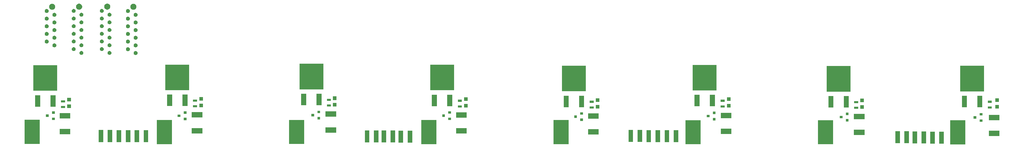
<source format=gbr>
G04 #@! TF.GenerationSoftware,KiCad,Pcbnew,5.0.2-bee76a0~70~ubuntu16.04.1*
G04 #@! TF.CreationDate,2019-11-05T16:08:15-05:00*
G04 #@! TF.ProjectId,DA_Board_2,44415f42-6f61-4726-945f-322e6b696361,rev?*
G04 #@! TF.SameCoordinates,Original*
G04 #@! TF.FileFunction,Soldermask,Top*
G04 #@! TF.FilePolarity,Negative*
%FSLAX46Y46*%
G04 Gerber Fmt 4.6, Leading zero omitted, Abs format (unit mm)*
G04 Created by KiCad (PCBNEW 5.0.2-bee76a0~70~ubuntu16.04.1) date Tue 05 Nov 2019 04:08:15 PM EST*
%MOMM*%
%LPD*%
G01*
G04 APERTURE LIST*
%ADD10C,0.100000*%
G04 APERTURE END LIST*
D10*
G36*
X293101400Y-140525000D02*
X288101400Y-140525000D01*
X288101400Y-132525000D01*
X293101400Y-132525000D01*
X293101400Y-140525000D01*
X293101400Y-140525000D01*
G37*
G36*
X249413400Y-140499600D02*
X244413400Y-140499600D01*
X244413400Y-132499600D01*
X249413400Y-132499600D01*
X249413400Y-140499600D01*
X249413400Y-140499600D01*
G37*
G36*
X205700000Y-140499600D02*
X200700000Y-140499600D01*
X200700000Y-132499600D01*
X205700000Y-132499600D01*
X205700000Y-140499600D01*
X205700000Y-140499600D01*
G37*
G36*
X162037400Y-140474200D02*
X157037400Y-140474200D01*
X157037400Y-132474200D01*
X162037400Y-132474200D01*
X162037400Y-140474200D01*
X162037400Y-140474200D01*
G37*
G36*
X118349400Y-140474200D02*
X113349400Y-140474200D01*
X113349400Y-132474200D01*
X118349400Y-132474200D01*
X118349400Y-140474200D01*
X118349400Y-140474200D01*
G37*
G36*
X30973400Y-140448800D02*
X25973400Y-140448800D01*
X25973400Y-132448800D01*
X30973400Y-132448800D01*
X30973400Y-140448800D01*
X30973400Y-140448800D01*
G37*
G36*
X74661400Y-140398000D02*
X69661400Y-140398000D01*
X69661400Y-132398000D01*
X74661400Y-132398000D01*
X74661400Y-140398000D01*
X74661400Y-140398000D01*
G37*
G36*
X-12714600Y-140372600D02*
X-17714600Y-140372600D01*
X-17714600Y-132372600D01*
X-12714600Y-132372600D01*
X-12714600Y-140372600D01*
X-12714600Y-140372600D01*
G37*
G36*
X286018800Y-140303000D02*
X284518800Y-140303000D01*
X284518800Y-136303000D01*
X286018800Y-136303000D01*
X286018800Y-140303000D01*
X286018800Y-140303000D01*
G37*
G36*
X283018800Y-140303000D02*
X281518800Y-140303000D01*
X281518800Y-136303000D01*
X283018800Y-136303000D01*
X283018800Y-140303000D01*
X283018800Y-140303000D01*
G37*
G36*
X280175400Y-140226800D02*
X278675400Y-140226800D01*
X278675400Y-136226800D01*
X280175400Y-136226800D01*
X280175400Y-140226800D01*
X280175400Y-140226800D01*
G37*
G36*
X277175400Y-140226800D02*
X275675400Y-140226800D01*
X275675400Y-136226800D01*
X277175400Y-136226800D01*
X277175400Y-140226800D01*
X277175400Y-140226800D01*
G37*
G36*
X274488600Y-140150600D02*
X272988600Y-140150600D01*
X272988600Y-136150600D01*
X274488600Y-136150600D01*
X274488600Y-140150600D01*
X274488600Y-140150600D01*
G37*
G36*
X271488600Y-140150600D02*
X269988600Y-140150600D01*
X269988600Y-136150600D01*
X271488600Y-136150600D01*
X271488600Y-140150600D01*
X271488600Y-140150600D01*
G37*
G36*
X110366500Y-139960100D02*
X108866500Y-139960100D01*
X108866500Y-135960100D01*
X110366500Y-135960100D01*
X110366500Y-139960100D01*
X110366500Y-139960100D01*
G37*
G36*
X107366500Y-139960100D02*
X105866500Y-139960100D01*
X105866500Y-135960100D01*
X107366500Y-135960100D01*
X107366500Y-139960100D01*
X107366500Y-139960100D01*
G37*
G36*
X101753100Y-139909300D02*
X100253100Y-139909300D01*
X100253100Y-135909300D01*
X101753100Y-135909300D01*
X101753100Y-139909300D01*
X101753100Y-139909300D01*
G37*
G36*
X104753100Y-139909300D02*
X103253100Y-139909300D01*
X103253100Y-135909300D01*
X104753100Y-135909300D01*
X104753100Y-139909300D01*
X104753100Y-139909300D01*
G37*
G36*
X99214500Y-139883900D02*
X97714500Y-139883900D01*
X97714500Y-135883900D01*
X99214500Y-135883900D01*
X99214500Y-139883900D01*
X99214500Y-139883900D01*
G37*
G36*
X96214500Y-139883900D02*
X94714500Y-139883900D01*
X94714500Y-135883900D01*
X96214500Y-135883900D01*
X96214500Y-139883900D01*
X96214500Y-139883900D01*
G37*
G36*
X198263200Y-139833100D02*
X196763200Y-139833100D01*
X196763200Y-135833100D01*
X198263200Y-135833100D01*
X198263200Y-139833100D01*
X198263200Y-139833100D01*
G37*
G36*
X195263200Y-139833100D02*
X193763200Y-139833100D01*
X193763200Y-135833100D01*
X195263200Y-135833100D01*
X195263200Y-139833100D01*
X195263200Y-139833100D01*
G37*
G36*
X23154200Y-139820400D02*
X21654200Y-139820400D01*
X21654200Y-135820400D01*
X23154200Y-135820400D01*
X23154200Y-139820400D01*
X23154200Y-139820400D01*
G37*
G36*
X20154200Y-139820400D02*
X18654200Y-139820400D01*
X18654200Y-135820400D01*
X20154200Y-135820400D01*
X20154200Y-139820400D01*
X20154200Y-139820400D01*
G37*
G36*
X17234600Y-139795000D02*
X15734600Y-139795000D01*
X15734600Y-135795000D01*
X17234600Y-135795000D01*
X17234600Y-139795000D01*
X17234600Y-139795000D01*
G37*
G36*
X14234600Y-139795000D02*
X12734600Y-139795000D01*
X12734600Y-135795000D01*
X14234600Y-135795000D01*
X14234600Y-139795000D01*
X14234600Y-139795000D01*
G37*
G36*
X192261000Y-139782300D02*
X190761000Y-139782300D01*
X190761000Y-135782300D01*
X192261000Y-135782300D01*
X192261000Y-139782300D01*
X192261000Y-139782300D01*
G37*
G36*
X189261000Y-139782300D02*
X187761000Y-139782300D01*
X187761000Y-135782300D01*
X189261000Y-135782300D01*
X189261000Y-139782300D01*
X189261000Y-139782300D01*
G37*
G36*
X8265600Y-139769600D02*
X6765600Y-139769600D01*
X6765600Y-135769600D01*
X8265600Y-135769600D01*
X8265600Y-139769600D01*
X8265600Y-139769600D01*
G37*
G36*
X11265600Y-139769600D02*
X9765600Y-139769600D01*
X9765600Y-135769600D01*
X11265600Y-135769600D01*
X11265600Y-139769600D01*
X11265600Y-139769600D01*
G37*
G36*
X186325200Y-139706100D02*
X184825200Y-139706100D01*
X184825200Y-135706100D01*
X186325200Y-135706100D01*
X186325200Y-139706100D01*
X186325200Y-139706100D01*
G37*
G36*
X183325200Y-139706100D02*
X181825200Y-139706100D01*
X181825200Y-135706100D01*
X183325200Y-135706100D01*
X183325200Y-139706100D01*
X183325200Y-139706100D01*
G37*
G36*
X304391000Y-137796000D02*
X300891000Y-137796000D01*
X300891000Y-136016000D01*
X304391000Y-136016000D01*
X304391000Y-137796000D01*
X304391000Y-137796000D01*
G37*
G36*
X259814000Y-137440400D02*
X256314000Y-137440400D01*
X256314000Y-135660400D01*
X259814000Y-135660400D01*
X259814000Y-137440400D01*
X259814000Y-137440400D01*
G37*
G36*
X171955400Y-137262600D02*
X168455400Y-137262600D01*
X168455400Y-135482600D01*
X171955400Y-135482600D01*
X171955400Y-137262600D01*
X171955400Y-137262600D01*
G37*
G36*
X-2593400Y-137186400D02*
X-6093400Y-137186400D01*
X-6093400Y-135406400D01*
X-2593400Y-135406400D01*
X-2593400Y-137186400D01*
X-2593400Y-137186400D01*
G37*
G36*
X215846600Y-137084800D02*
X212346600Y-137084800D01*
X212346600Y-135304800D01*
X215846600Y-135304800D01*
X215846600Y-137084800D01*
X215846600Y-137084800D01*
G37*
G36*
X128394400Y-136932400D02*
X124894400Y-136932400D01*
X124894400Y-135152400D01*
X128394400Y-135152400D01*
X128394400Y-136932400D01*
X128394400Y-136932400D01*
G37*
G36*
X41043800Y-136881600D02*
X37543800Y-136881600D01*
X37543800Y-135101600D01*
X41043800Y-135101600D01*
X41043800Y-136881600D01*
X41043800Y-136881600D01*
G37*
G36*
X85239800Y-136653000D02*
X81739800Y-136653000D01*
X81739800Y-134873000D01*
X85239800Y-134873000D01*
X85239800Y-136653000D01*
X85239800Y-136653000D01*
G37*
G36*
X298766400Y-133047400D02*
X297866400Y-133047400D01*
X297866400Y-132247400D01*
X298766400Y-132247400D01*
X298766400Y-133047400D01*
X298766400Y-133047400D01*
G37*
G36*
X254545000Y-132920400D02*
X253645000Y-132920400D01*
X253645000Y-132120400D01*
X254545000Y-132120400D01*
X254545000Y-132920400D01*
X254545000Y-132920400D01*
G37*
G36*
X166788000Y-132768000D02*
X165888000Y-132768000D01*
X165888000Y-131968000D01*
X166788000Y-131968000D01*
X166788000Y-132768000D01*
X166788000Y-132768000D01*
G37*
G36*
X210609600Y-132573400D02*
X209709600Y-132573400D01*
X209709600Y-131773400D01*
X210609600Y-131773400D01*
X210609600Y-132573400D01*
X210609600Y-132573400D01*
G37*
G36*
X304391000Y-132516000D02*
X300891000Y-132516000D01*
X300891000Y-130736000D01*
X304391000Y-130736000D01*
X304391000Y-132516000D01*
X304391000Y-132516000D01*
G37*
G36*
X35774800Y-132488600D02*
X34874800Y-132488600D01*
X34874800Y-131688600D01*
X35774800Y-131688600D01*
X35774800Y-132488600D01*
X35774800Y-132488600D01*
G37*
G36*
X-7735400Y-132463200D02*
X-8635400Y-132463200D01*
X-8635400Y-131663200D01*
X-7735400Y-131663200D01*
X-7735400Y-132463200D01*
X-7735400Y-132463200D01*
G37*
G36*
X123201600Y-132437800D02*
X122301600Y-132437800D01*
X122301600Y-131637800D01*
X123201600Y-131637800D01*
X123201600Y-132437800D01*
X123201600Y-132437800D01*
G37*
G36*
X79945400Y-132260000D02*
X79045400Y-132260000D01*
X79045400Y-131460000D01*
X79945400Y-131460000D01*
X79945400Y-132260000D01*
X79945400Y-132260000D01*
G37*
G36*
X259814000Y-132160400D02*
X256314000Y-132160400D01*
X256314000Y-130380400D01*
X259814000Y-130380400D01*
X259814000Y-132160400D01*
X259814000Y-132160400D01*
G37*
G36*
X296766400Y-131997400D02*
X295866400Y-131997400D01*
X295866400Y-131197400D01*
X296766400Y-131197400D01*
X296766400Y-131997400D01*
X296766400Y-131997400D01*
G37*
G36*
X171955400Y-131982600D02*
X168455400Y-131982600D01*
X168455400Y-130202600D01*
X171955400Y-130202600D01*
X171955400Y-131982600D01*
X171955400Y-131982600D01*
G37*
G36*
X-2593400Y-131906400D02*
X-6093400Y-131906400D01*
X-6093400Y-130126400D01*
X-2593400Y-130126400D01*
X-2593400Y-131906400D01*
X-2593400Y-131906400D01*
G37*
G36*
X252545000Y-131870400D02*
X251645000Y-131870400D01*
X251645000Y-131070400D01*
X252545000Y-131070400D01*
X252545000Y-131870400D01*
X252545000Y-131870400D01*
G37*
G36*
X215846600Y-131804800D02*
X212346600Y-131804800D01*
X212346600Y-130024800D01*
X215846600Y-130024800D01*
X215846600Y-131804800D01*
X215846600Y-131804800D01*
G37*
G36*
X164788000Y-131718000D02*
X163888000Y-131718000D01*
X163888000Y-130918000D01*
X164788000Y-130918000D01*
X164788000Y-131718000D01*
X164788000Y-131718000D01*
G37*
G36*
X128394400Y-131652400D02*
X124894400Y-131652400D01*
X124894400Y-129872400D01*
X128394400Y-129872400D01*
X128394400Y-131652400D01*
X128394400Y-131652400D01*
G37*
G36*
X41043800Y-131601600D02*
X37543800Y-131601600D01*
X37543800Y-129821600D01*
X41043800Y-129821600D01*
X41043800Y-131601600D01*
X41043800Y-131601600D01*
G37*
G36*
X208609600Y-131523400D02*
X207709600Y-131523400D01*
X207709600Y-130723400D01*
X208609600Y-130723400D01*
X208609600Y-131523400D01*
X208609600Y-131523400D01*
G37*
G36*
X33774800Y-131438600D02*
X32874800Y-131438600D01*
X32874800Y-130638600D01*
X33774800Y-130638600D01*
X33774800Y-131438600D01*
X33774800Y-131438600D01*
G37*
G36*
X-9735400Y-131413200D02*
X-10635400Y-131413200D01*
X-10635400Y-130613200D01*
X-9735400Y-130613200D01*
X-9735400Y-131413200D01*
X-9735400Y-131413200D01*
G37*
G36*
X121201600Y-131387800D02*
X120301600Y-131387800D01*
X120301600Y-130587800D01*
X121201600Y-130587800D01*
X121201600Y-131387800D01*
X121201600Y-131387800D01*
G37*
G36*
X85239800Y-131373000D02*
X81739800Y-131373000D01*
X81739800Y-129593000D01*
X85239800Y-129593000D01*
X85239800Y-131373000D01*
X85239800Y-131373000D01*
G37*
G36*
X77945400Y-131210000D02*
X77045400Y-131210000D01*
X77045400Y-130410000D01*
X77945400Y-130410000D01*
X77945400Y-131210000D01*
X77945400Y-131210000D01*
G37*
G36*
X298766400Y-130947400D02*
X297866400Y-130947400D01*
X297866400Y-130147400D01*
X298766400Y-130147400D01*
X298766400Y-130947400D01*
X298766400Y-130947400D01*
G37*
G36*
X254545000Y-130820400D02*
X253645000Y-130820400D01*
X253645000Y-130020400D01*
X254545000Y-130020400D01*
X254545000Y-130820400D01*
X254545000Y-130820400D01*
G37*
G36*
X166788000Y-130668000D02*
X165888000Y-130668000D01*
X165888000Y-129868000D01*
X166788000Y-129868000D01*
X166788000Y-130668000D01*
X166788000Y-130668000D01*
G37*
G36*
X210609600Y-130473400D02*
X209709600Y-130473400D01*
X209709600Y-129673400D01*
X210609600Y-129673400D01*
X210609600Y-130473400D01*
X210609600Y-130473400D01*
G37*
G36*
X35774800Y-130388600D02*
X34874800Y-130388600D01*
X34874800Y-129588600D01*
X35774800Y-129588600D01*
X35774800Y-130388600D01*
X35774800Y-130388600D01*
G37*
G36*
X-7735400Y-130363200D02*
X-8635400Y-130363200D01*
X-8635400Y-129563200D01*
X-7735400Y-129563200D01*
X-7735400Y-130363200D01*
X-7735400Y-130363200D01*
G37*
G36*
X123201600Y-130337800D02*
X122301600Y-130337800D01*
X122301600Y-129537800D01*
X123201600Y-129537800D01*
X123201600Y-130337800D01*
X123201600Y-130337800D01*
G37*
G36*
X79945400Y-130160000D02*
X79045400Y-130160000D01*
X79045400Y-129360000D01*
X79945400Y-129360000D01*
X79945400Y-130160000D01*
X79945400Y-130160000D01*
G37*
G36*
X259629200Y-128743000D02*
X258429200Y-128743000D01*
X258429200Y-127543000D01*
X259629200Y-127543000D01*
X259629200Y-128743000D01*
X259629200Y-128743000D01*
G37*
G36*
X257698000Y-128731800D02*
X256398000Y-128731800D01*
X256398000Y-128031800D01*
X257698000Y-128031800D01*
X257698000Y-128731800D01*
X257698000Y-128731800D01*
G37*
G36*
X170322000Y-128630200D02*
X169022000Y-128630200D01*
X169022000Y-127930200D01*
X170322000Y-127930200D01*
X170322000Y-128630200D01*
X170322000Y-128630200D01*
G37*
G36*
X301843200Y-128630200D02*
X300543200Y-128630200D01*
X300543200Y-127930200D01*
X301843200Y-127930200D01*
X301843200Y-128630200D01*
X301843200Y-128630200D01*
G37*
G36*
X172227800Y-128623800D02*
X171027800Y-128623800D01*
X171027800Y-127423800D01*
X172227800Y-127423800D01*
X172227800Y-128623800D01*
X172227800Y-128623800D01*
G37*
G36*
X304231600Y-128598400D02*
X303031600Y-128598400D01*
X303031600Y-127398400D01*
X304231600Y-127398400D01*
X304231600Y-128598400D01*
X304231600Y-128598400D01*
G37*
G36*
X-2397200Y-128489000D02*
X-3597200Y-128489000D01*
X-3597200Y-127289000D01*
X-2397200Y-127289000D01*
X-2397200Y-128489000D01*
X-2397200Y-128489000D01*
G37*
G36*
X-4353800Y-128477800D02*
X-5653800Y-128477800D01*
X-5653800Y-127777800D01*
X-4353800Y-127777800D01*
X-4353800Y-128477800D01*
X-4353800Y-128477800D01*
G37*
G36*
X215560200Y-128319000D02*
X214360200Y-128319000D01*
X214360200Y-127119000D01*
X215560200Y-127119000D01*
X215560200Y-128319000D01*
X215560200Y-128319000D01*
G37*
G36*
X249516400Y-128300400D02*
X247866400Y-128300400D01*
X247866400Y-124490400D01*
X249516400Y-124490400D01*
X249516400Y-128300400D01*
X249516400Y-128300400D01*
G37*
G36*
X254596400Y-128300400D02*
X252946400Y-128300400D01*
X252946400Y-124490400D01*
X254596400Y-124490400D01*
X254596400Y-128300400D01*
X254596400Y-128300400D01*
G37*
G36*
X213603600Y-128300000D02*
X212303600Y-128300000D01*
X212303600Y-127600000D01*
X213603600Y-127600000D01*
X213603600Y-128300000D01*
X213603600Y-128300000D01*
G37*
G36*
X128717600Y-128293600D02*
X127517600Y-128293600D01*
X127517600Y-127093600D01*
X128717600Y-127093600D01*
X128717600Y-128293600D01*
X128717600Y-128293600D01*
G37*
G36*
X126786400Y-128284800D02*
X125486400Y-128284800D01*
X125486400Y-127584800D01*
X126786400Y-127584800D01*
X126786400Y-128284800D01*
X126786400Y-128284800D01*
G37*
G36*
X39258000Y-128223800D02*
X37958000Y-128223800D01*
X37958000Y-127523800D01*
X39258000Y-127523800D01*
X39258000Y-128223800D01*
X39258000Y-128223800D01*
G37*
G36*
X41214600Y-128217400D02*
X40014600Y-128217400D01*
X40014600Y-127017400D01*
X41214600Y-127017400D01*
X41214600Y-128217400D01*
X41214600Y-128217400D01*
G37*
G36*
X298716200Y-128198800D02*
X297066200Y-128198800D01*
X297066200Y-124388800D01*
X298716200Y-124388800D01*
X298716200Y-128198800D01*
X298716200Y-128198800D01*
G37*
G36*
X293636200Y-128198800D02*
X291986200Y-128198800D01*
X291986200Y-124388800D01*
X293636200Y-124388800D01*
X293636200Y-128198800D01*
X293636200Y-128198800D01*
G37*
G36*
X162064200Y-128173400D02*
X160414200Y-128173400D01*
X160414200Y-124363400D01*
X162064200Y-124363400D01*
X162064200Y-128173400D01*
X162064200Y-128173400D01*
G37*
G36*
X167144200Y-128173400D02*
X165494200Y-128173400D01*
X165494200Y-124363400D01*
X167144200Y-124363400D01*
X167144200Y-128173400D01*
X167144200Y-128173400D01*
G37*
G36*
X-7480800Y-127995600D02*
X-9130800Y-127995600D01*
X-9130800Y-124185600D01*
X-7480800Y-124185600D01*
X-7480800Y-127995600D01*
X-7480800Y-127995600D01*
G37*
G36*
X-12560800Y-127995600D02*
X-14210800Y-127995600D01*
X-14210800Y-124185600D01*
X-12560800Y-124185600D01*
X-12560800Y-127995600D01*
X-12560800Y-127995600D01*
G37*
G36*
X85385200Y-127988800D02*
X84185200Y-127988800D01*
X84185200Y-126788800D01*
X85385200Y-126788800D01*
X85385200Y-127988800D01*
X85385200Y-127988800D01*
G37*
G36*
X83504800Y-127980000D02*
X82204800Y-127980000D01*
X82204800Y-127280000D01*
X83504800Y-127280000D01*
X83504800Y-127980000D01*
X83504800Y-127980000D01*
G37*
G36*
X205295000Y-127894000D02*
X203645000Y-127894000D01*
X203645000Y-124084000D01*
X205295000Y-124084000D01*
X205295000Y-127894000D01*
X205295000Y-127894000D01*
G37*
G36*
X210375000Y-127894000D02*
X208725000Y-127894000D01*
X208725000Y-124084000D01*
X210375000Y-124084000D01*
X210375000Y-127894000D01*
X210375000Y-127894000D01*
G37*
G36*
X123608600Y-127843200D02*
X121958600Y-127843200D01*
X121958600Y-124033200D01*
X123608600Y-124033200D01*
X123608600Y-127843200D01*
X123608600Y-127843200D01*
G37*
G36*
X118528600Y-127843200D02*
X116878600Y-127843200D01*
X116878600Y-124033200D01*
X118528600Y-124033200D01*
X118528600Y-127843200D01*
X118528600Y-127843200D01*
G37*
G36*
X36131000Y-127817800D02*
X34481000Y-127817800D01*
X34481000Y-124007800D01*
X36131000Y-124007800D01*
X36131000Y-127817800D01*
X36131000Y-127817800D01*
G37*
G36*
X31051000Y-127817800D02*
X29401000Y-127817800D01*
X29401000Y-124007800D01*
X31051000Y-124007800D01*
X31051000Y-127817800D01*
X31051000Y-127817800D01*
G37*
G36*
X75348600Y-127513000D02*
X73698600Y-127513000D01*
X73698600Y-123703000D01*
X75348600Y-123703000D01*
X75348600Y-127513000D01*
X75348600Y-127513000D01*
G37*
G36*
X80428600Y-127513000D02*
X78778600Y-127513000D01*
X78778600Y-123703000D01*
X80428600Y-123703000D01*
X80428600Y-127513000D01*
X80428600Y-127513000D01*
G37*
G36*
X257698000Y-126831800D02*
X256398000Y-126831800D01*
X256398000Y-126131800D01*
X257698000Y-126131800D01*
X257698000Y-126831800D01*
X257698000Y-126831800D01*
G37*
G36*
X301843200Y-126730200D02*
X300543200Y-126730200D01*
X300543200Y-126030200D01*
X301843200Y-126030200D01*
X301843200Y-126730200D01*
X301843200Y-126730200D01*
G37*
G36*
X170322000Y-126730200D02*
X169022000Y-126730200D01*
X169022000Y-126030200D01*
X170322000Y-126030200D01*
X170322000Y-126730200D01*
X170322000Y-126730200D01*
G37*
G36*
X-4353800Y-126577800D02*
X-5653800Y-126577800D01*
X-5653800Y-125877800D01*
X-4353800Y-125877800D01*
X-4353800Y-126577800D01*
X-4353800Y-126577800D01*
G37*
G36*
X259629200Y-126543000D02*
X258429200Y-126543000D01*
X258429200Y-125343000D01*
X259629200Y-125343000D01*
X259629200Y-126543000D01*
X259629200Y-126543000D01*
G37*
G36*
X172227800Y-126423800D02*
X171027800Y-126423800D01*
X171027800Y-125223800D01*
X172227800Y-125223800D01*
X172227800Y-126423800D01*
X172227800Y-126423800D01*
G37*
G36*
X213603600Y-126400000D02*
X212303600Y-126400000D01*
X212303600Y-125700000D01*
X213603600Y-125700000D01*
X213603600Y-126400000D01*
X213603600Y-126400000D01*
G37*
G36*
X304231600Y-126398400D02*
X303031600Y-126398400D01*
X303031600Y-125198400D01*
X304231600Y-125198400D01*
X304231600Y-126398400D01*
X304231600Y-126398400D01*
G37*
G36*
X126786400Y-126384800D02*
X125486400Y-126384800D01*
X125486400Y-125684800D01*
X126786400Y-125684800D01*
X126786400Y-126384800D01*
X126786400Y-126384800D01*
G37*
G36*
X39258000Y-126323800D02*
X37958000Y-126323800D01*
X37958000Y-125623800D01*
X39258000Y-125623800D01*
X39258000Y-126323800D01*
X39258000Y-126323800D01*
G37*
G36*
X-2397200Y-126289000D02*
X-3597200Y-126289000D01*
X-3597200Y-125089000D01*
X-2397200Y-125089000D01*
X-2397200Y-126289000D01*
X-2397200Y-126289000D01*
G37*
G36*
X215560200Y-126119000D02*
X214360200Y-126119000D01*
X214360200Y-124919000D01*
X215560200Y-124919000D01*
X215560200Y-126119000D01*
X215560200Y-126119000D01*
G37*
G36*
X128717600Y-126093600D02*
X127517600Y-126093600D01*
X127517600Y-124893600D01*
X128717600Y-124893600D01*
X128717600Y-126093600D01*
X128717600Y-126093600D01*
G37*
G36*
X83504800Y-126080000D02*
X82204800Y-126080000D01*
X82204800Y-125380000D01*
X83504800Y-125380000D01*
X83504800Y-126080000D01*
X83504800Y-126080000D01*
G37*
G36*
X41214600Y-126017400D02*
X40014600Y-126017400D01*
X40014600Y-124817400D01*
X41214600Y-124817400D01*
X41214600Y-126017400D01*
X41214600Y-126017400D01*
G37*
G36*
X85385200Y-125788800D02*
X84185200Y-125788800D01*
X84185200Y-124588800D01*
X85385200Y-124588800D01*
X85385200Y-125788800D01*
X85385200Y-125788800D01*
G37*
G36*
X255166400Y-123025400D02*
X247296400Y-123025400D01*
X247296400Y-114515400D01*
X255166400Y-114515400D01*
X255166400Y-123025400D01*
X255166400Y-123025400D01*
G37*
G36*
X299286200Y-122923800D02*
X291416200Y-122923800D01*
X291416200Y-114413800D01*
X299286200Y-114413800D01*
X299286200Y-122923800D01*
X299286200Y-122923800D01*
G37*
G36*
X167714200Y-122898400D02*
X159844200Y-122898400D01*
X159844200Y-114388400D01*
X167714200Y-114388400D01*
X167714200Y-122898400D01*
X167714200Y-122898400D01*
G37*
G36*
X-6910800Y-122720600D02*
X-14780800Y-122720600D01*
X-14780800Y-114210600D01*
X-6910800Y-114210600D01*
X-6910800Y-122720600D01*
X-6910800Y-122720600D01*
G37*
G36*
X210945000Y-122619000D02*
X203075000Y-122619000D01*
X203075000Y-114109000D01*
X210945000Y-114109000D01*
X210945000Y-122619000D01*
X210945000Y-122619000D01*
G37*
G36*
X124178600Y-122568200D02*
X116308600Y-122568200D01*
X116308600Y-114058200D01*
X124178600Y-114058200D01*
X124178600Y-122568200D01*
X124178600Y-122568200D01*
G37*
G36*
X36701000Y-122542800D02*
X28831000Y-122542800D01*
X28831000Y-114032800D01*
X36701000Y-114032800D01*
X36701000Y-122542800D01*
X36701000Y-122542800D01*
G37*
G36*
X80998600Y-122238000D02*
X73128600Y-122238000D01*
X73128600Y-113728000D01*
X80998600Y-113728000D01*
X80998600Y-122238000D01*
X80998600Y-122238000D01*
G37*
G36*
X19134238Y-109539153D02*
X19176098Y-109547479D01*
X19202410Y-109558378D01*
X19294390Y-109596477D01*
X19400854Y-109667614D01*
X19491386Y-109758146D01*
X19562523Y-109864610D01*
X19611521Y-109982903D01*
X19636500Y-110108479D01*
X19636500Y-110236521D01*
X19611521Y-110362097D01*
X19562523Y-110480390D01*
X19491386Y-110586854D01*
X19400854Y-110677386D01*
X19294390Y-110748523D01*
X19210745Y-110783170D01*
X19176098Y-110797521D01*
X19134238Y-110805847D01*
X19050521Y-110822500D01*
X18922479Y-110822500D01*
X18838762Y-110805847D01*
X18796902Y-110797521D01*
X18762255Y-110783170D01*
X18678610Y-110748523D01*
X18572146Y-110677386D01*
X18481614Y-110586854D01*
X18410477Y-110480390D01*
X18361479Y-110362097D01*
X18336500Y-110236521D01*
X18336500Y-110108479D01*
X18361479Y-109982903D01*
X18410477Y-109864610D01*
X18481614Y-109758146D01*
X18572146Y-109667614D01*
X18678610Y-109596477D01*
X18770590Y-109558378D01*
X18796902Y-109547479D01*
X18838762Y-109539153D01*
X18922479Y-109522500D01*
X19050521Y-109522500D01*
X19134238Y-109539153D01*
X19134238Y-109539153D01*
G37*
G36*
X1214538Y-109501053D02*
X1256398Y-109509379D01*
X1288074Y-109522500D01*
X1374690Y-109558377D01*
X1481154Y-109629514D01*
X1571686Y-109720046D01*
X1642823Y-109826510D01*
X1691821Y-109944803D01*
X1716800Y-110070379D01*
X1716800Y-110198421D01*
X1691821Y-110323997D01*
X1642823Y-110442290D01*
X1571686Y-110548754D01*
X1481154Y-110639286D01*
X1374690Y-110710423D01*
X1291045Y-110745070D01*
X1256398Y-110759421D01*
X1214538Y-110767747D01*
X1130821Y-110784400D01*
X1002779Y-110784400D01*
X919062Y-110767747D01*
X877202Y-110759421D01*
X842555Y-110745070D01*
X758910Y-110710423D01*
X652446Y-110639286D01*
X561914Y-110548754D01*
X490777Y-110442290D01*
X441779Y-110323997D01*
X416800Y-110198421D01*
X416800Y-110070379D01*
X441779Y-109944803D01*
X490777Y-109826510D01*
X561914Y-109720046D01*
X652446Y-109629514D01*
X758910Y-109558377D01*
X845526Y-109522500D01*
X877202Y-109509379D01*
X919062Y-109501053D01*
X1002779Y-109484400D01*
X1130821Y-109484400D01*
X1214538Y-109501053D01*
X1214538Y-109501053D01*
G37*
G36*
X10478367Y-109484400D02*
X10540098Y-109496679D01*
X10570758Y-109509379D01*
X10658390Y-109545677D01*
X10764854Y-109616814D01*
X10855386Y-109707346D01*
X10926523Y-109813810D01*
X10975521Y-109932103D01*
X11000500Y-110057679D01*
X11000500Y-110185721D01*
X10975521Y-110311297D01*
X10926523Y-110429590D01*
X10855386Y-110536054D01*
X10764854Y-110626586D01*
X10658390Y-110697723D01*
X10574745Y-110732370D01*
X10540098Y-110746721D01*
X10498238Y-110755047D01*
X10414521Y-110771700D01*
X10286479Y-110771700D01*
X10202762Y-110755047D01*
X10160902Y-110746721D01*
X10126255Y-110732370D01*
X10042610Y-110697723D01*
X9936146Y-110626586D01*
X9845614Y-110536054D01*
X9774477Y-110429590D01*
X9725479Y-110311297D01*
X9700500Y-110185721D01*
X9700500Y-110057679D01*
X9725479Y-109932103D01*
X9774477Y-109813810D01*
X9845614Y-109707346D01*
X9936146Y-109616814D01*
X10042610Y-109545677D01*
X10130242Y-109509379D01*
X10160902Y-109496679D01*
X10222633Y-109484400D01*
X10286479Y-109471700D01*
X10414521Y-109471700D01*
X10478367Y-109484400D01*
X10478367Y-109484400D01*
G37*
G36*
X16594238Y-108269153D02*
X16636098Y-108277479D01*
X16662410Y-108288378D01*
X16754390Y-108326477D01*
X16860854Y-108397614D01*
X16951386Y-108488146D01*
X17022523Y-108594610D01*
X17071521Y-108712903D01*
X17096500Y-108838479D01*
X17096500Y-108966521D01*
X17071521Y-109092097D01*
X17022523Y-109210390D01*
X16951386Y-109316854D01*
X16860854Y-109407386D01*
X16754390Y-109478523D01*
X16679896Y-109509379D01*
X16636098Y-109527521D01*
X16594238Y-109535847D01*
X16510521Y-109552500D01*
X16382479Y-109552500D01*
X16298762Y-109535847D01*
X16256902Y-109527521D01*
X16213104Y-109509379D01*
X16138610Y-109478523D01*
X16032146Y-109407386D01*
X15941614Y-109316854D01*
X15870477Y-109210390D01*
X15821479Y-109092097D01*
X15796500Y-108966521D01*
X15796500Y-108838479D01*
X15821479Y-108712903D01*
X15870477Y-108594610D01*
X15941614Y-108488146D01*
X16032146Y-108397614D01*
X16138610Y-108326477D01*
X16230590Y-108288378D01*
X16256902Y-108277479D01*
X16298762Y-108269153D01*
X16382479Y-108252500D01*
X16510521Y-108252500D01*
X16594238Y-108269153D01*
X16594238Y-108269153D01*
G37*
G36*
X-1325462Y-108231053D02*
X-1283602Y-108239379D01*
X-1251926Y-108252500D01*
X-1165310Y-108288377D01*
X-1058846Y-108359514D01*
X-968314Y-108450046D01*
X-897177Y-108556510D01*
X-848179Y-108674803D01*
X-823200Y-108800379D01*
X-823200Y-108928421D01*
X-848179Y-109053997D01*
X-897177Y-109172290D01*
X-968314Y-109278754D01*
X-1058846Y-109369286D01*
X-1165310Y-109440423D01*
X-1240820Y-109471700D01*
X-1283602Y-109489421D01*
X-1320091Y-109496679D01*
X-1409179Y-109514400D01*
X-1537221Y-109514400D01*
X-1626309Y-109496679D01*
X-1662798Y-109489421D01*
X-1705580Y-109471700D01*
X-1781090Y-109440423D01*
X-1887554Y-109369286D01*
X-1978086Y-109278754D01*
X-2049223Y-109172290D01*
X-2098221Y-109053997D01*
X-2123200Y-108928421D01*
X-2123200Y-108800379D01*
X-2098221Y-108674803D01*
X-2049223Y-108556510D01*
X-1978086Y-108450046D01*
X-1887554Y-108359514D01*
X-1781090Y-108288377D01*
X-1694474Y-108252500D01*
X-1662798Y-108239379D01*
X-1620938Y-108231053D01*
X-1537221Y-108214400D01*
X-1409179Y-108214400D01*
X-1325462Y-108231053D01*
X-1325462Y-108231053D01*
G37*
G36*
X7938367Y-108214400D02*
X8000098Y-108226679D01*
X8030758Y-108239379D01*
X8118390Y-108275677D01*
X8224854Y-108346814D01*
X8315386Y-108437346D01*
X8386523Y-108543810D01*
X8435521Y-108662103D01*
X8460500Y-108787679D01*
X8460500Y-108915721D01*
X8435521Y-109041297D01*
X8386523Y-109159590D01*
X8315386Y-109266054D01*
X8224854Y-109356586D01*
X8118390Y-109427723D01*
X8034745Y-109462370D01*
X8000098Y-109476721D01*
X7961493Y-109484400D01*
X7874521Y-109501700D01*
X7746479Y-109501700D01*
X7659507Y-109484400D01*
X7620902Y-109476721D01*
X7586255Y-109462370D01*
X7502610Y-109427723D01*
X7396146Y-109356586D01*
X7305614Y-109266054D01*
X7234477Y-109159590D01*
X7185479Y-109041297D01*
X7160500Y-108915721D01*
X7160500Y-108787679D01*
X7185479Y-108662103D01*
X7234477Y-108543810D01*
X7305614Y-108437346D01*
X7396146Y-108346814D01*
X7502610Y-108275677D01*
X7590242Y-108239379D01*
X7620902Y-108226679D01*
X7682633Y-108214400D01*
X7746479Y-108201700D01*
X7874521Y-108201700D01*
X7938367Y-108214400D01*
X7938367Y-108214400D01*
G37*
G36*
X19134238Y-106999153D02*
X19176098Y-107007479D01*
X19202410Y-107018378D01*
X19294390Y-107056477D01*
X19400854Y-107127614D01*
X19491386Y-107218146D01*
X19562523Y-107324610D01*
X19611521Y-107442903D01*
X19636500Y-107568479D01*
X19636500Y-107696521D01*
X19611521Y-107822097D01*
X19562523Y-107940390D01*
X19491386Y-108046854D01*
X19400854Y-108137386D01*
X19294390Y-108208523D01*
X19219896Y-108239379D01*
X19176098Y-108257521D01*
X19134238Y-108265847D01*
X19050521Y-108282500D01*
X18922479Y-108282500D01*
X18838762Y-108265847D01*
X18796902Y-108257521D01*
X18753104Y-108239379D01*
X18678610Y-108208523D01*
X18572146Y-108137386D01*
X18481614Y-108046854D01*
X18410477Y-107940390D01*
X18361479Y-107822097D01*
X18336500Y-107696521D01*
X18336500Y-107568479D01*
X18361479Y-107442903D01*
X18410477Y-107324610D01*
X18481614Y-107218146D01*
X18572146Y-107127614D01*
X18678610Y-107056477D01*
X18770590Y-107018378D01*
X18796902Y-107007479D01*
X18838762Y-106999153D01*
X18922479Y-106982500D01*
X19050521Y-106982500D01*
X19134238Y-106999153D01*
X19134238Y-106999153D01*
G37*
G36*
X-7720733Y-106982500D02*
X-7659002Y-106994779D01*
X-7632690Y-107005678D01*
X-7540710Y-107043777D01*
X-7434246Y-107114914D01*
X-7343714Y-107205446D01*
X-7272577Y-107311910D01*
X-7223579Y-107430203D01*
X-7198600Y-107555779D01*
X-7198600Y-107683821D01*
X-7215253Y-107767538D01*
X-7218526Y-107783997D01*
X-7223579Y-107809397D01*
X-7272577Y-107927690D01*
X-7343714Y-108034154D01*
X-7434246Y-108124686D01*
X-7540710Y-108195823D01*
X-7615204Y-108226679D01*
X-7659002Y-108244821D01*
X-7697607Y-108252500D01*
X-7784579Y-108269800D01*
X-7912621Y-108269800D01*
X-7999593Y-108252500D01*
X-8038198Y-108244821D01*
X-8081996Y-108226679D01*
X-8156490Y-108195823D01*
X-8262954Y-108124686D01*
X-8353486Y-108034154D01*
X-8424623Y-107927690D01*
X-8473621Y-107809397D01*
X-8478673Y-107783997D01*
X-8481947Y-107767538D01*
X-8498600Y-107683821D01*
X-8498600Y-107555779D01*
X-8473621Y-107430203D01*
X-8424623Y-107311910D01*
X-8353486Y-107205446D01*
X-8262954Y-107114914D01*
X-8156490Y-107043777D01*
X-8064510Y-107005678D01*
X-8038198Y-106994779D01*
X-7976467Y-106982500D01*
X-7912621Y-106969800D01*
X-7784579Y-106969800D01*
X-7720733Y-106982500D01*
X-7720733Y-106982500D01*
G37*
G36*
X1214538Y-106961053D02*
X1256398Y-106969379D01*
X1288074Y-106982500D01*
X1374690Y-107018377D01*
X1481154Y-107089514D01*
X1571686Y-107180046D01*
X1642823Y-107286510D01*
X1658604Y-107324610D01*
X1691821Y-107404802D01*
X1699399Y-107442902D01*
X1716800Y-107530379D01*
X1716800Y-107658421D01*
X1691821Y-107783997D01*
X1642823Y-107902290D01*
X1571686Y-108008754D01*
X1481154Y-108099286D01*
X1374690Y-108170423D01*
X1313368Y-108195823D01*
X1256398Y-108219421D01*
X1219909Y-108226679D01*
X1130821Y-108244400D01*
X1002779Y-108244400D01*
X913691Y-108226679D01*
X877202Y-108219421D01*
X820232Y-108195823D01*
X758910Y-108170423D01*
X652446Y-108099286D01*
X561914Y-108008754D01*
X490777Y-107902290D01*
X441779Y-107783997D01*
X416800Y-107658421D01*
X416800Y-107530379D01*
X434201Y-107442902D01*
X441779Y-107404802D01*
X474996Y-107324610D01*
X490777Y-107286510D01*
X561914Y-107180046D01*
X652446Y-107089514D01*
X758910Y-107018377D01*
X845526Y-106982500D01*
X877202Y-106969379D01*
X919062Y-106961053D01*
X1002779Y-106944400D01*
X1130821Y-106944400D01*
X1214538Y-106961053D01*
X1214538Y-106961053D01*
G37*
G36*
X10478367Y-106944400D02*
X10540098Y-106956679D01*
X10570758Y-106969379D01*
X10658390Y-107005677D01*
X10764854Y-107076814D01*
X10855386Y-107167346D01*
X10926523Y-107273810D01*
X10975521Y-107392103D01*
X11000500Y-107517679D01*
X11000500Y-107645721D01*
X10975521Y-107771297D01*
X10926523Y-107889590D01*
X10855386Y-107996054D01*
X10764854Y-108086586D01*
X10658390Y-108157723D01*
X10574745Y-108192370D01*
X10540098Y-108206721D01*
X10501493Y-108214400D01*
X10414521Y-108231700D01*
X10286479Y-108231700D01*
X10199507Y-108214400D01*
X10160902Y-108206721D01*
X10126255Y-108192370D01*
X10042610Y-108157723D01*
X9936146Y-108086586D01*
X9845614Y-107996054D01*
X9774477Y-107889590D01*
X9725479Y-107771297D01*
X9700500Y-107645721D01*
X9700500Y-107517679D01*
X9725479Y-107392103D01*
X9774477Y-107273810D01*
X9845614Y-107167346D01*
X9936146Y-107076814D01*
X10042610Y-107005677D01*
X10130242Y-106969379D01*
X10160902Y-106956679D01*
X10222633Y-106944400D01*
X10286479Y-106931700D01*
X10414521Y-106931700D01*
X10478367Y-106944400D01*
X10478367Y-106944400D01*
G37*
G36*
X16594238Y-105729153D02*
X16636098Y-105737479D01*
X16662410Y-105748378D01*
X16754390Y-105786477D01*
X16860854Y-105857614D01*
X16951386Y-105948146D01*
X17022523Y-106054610D01*
X17071521Y-106172903D01*
X17096500Y-106298479D01*
X17096500Y-106426521D01*
X17071521Y-106552097D01*
X17022523Y-106670390D01*
X16951386Y-106776854D01*
X16860854Y-106867386D01*
X16754390Y-106938523D01*
X16679896Y-106969379D01*
X16636098Y-106987521D01*
X16599609Y-106994779D01*
X16510521Y-107012500D01*
X16382479Y-107012500D01*
X16293391Y-106994779D01*
X16256902Y-106987521D01*
X16213104Y-106969379D01*
X16138610Y-106938523D01*
X16032146Y-106867386D01*
X15941614Y-106776854D01*
X15870477Y-106670390D01*
X15821479Y-106552097D01*
X15796500Y-106426521D01*
X15796500Y-106298479D01*
X15821479Y-106172903D01*
X15870477Y-106054610D01*
X15941614Y-105948146D01*
X16032146Y-105857614D01*
X16138610Y-105786477D01*
X16230590Y-105748378D01*
X16256902Y-105737479D01*
X16298762Y-105729153D01*
X16382479Y-105712500D01*
X16510521Y-105712500D01*
X16594238Y-105729153D01*
X16594238Y-105729153D01*
G37*
G36*
X-10260733Y-105712500D02*
X-10199002Y-105724779D01*
X-10172690Y-105735678D01*
X-10080710Y-105773777D01*
X-9974246Y-105844914D01*
X-9883714Y-105935446D01*
X-9812577Y-106041910D01*
X-9763579Y-106160203D01*
X-9738600Y-106285779D01*
X-9738600Y-106413821D01*
X-9755253Y-106497538D01*
X-9758526Y-106513997D01*
X-9763579Y-106539397D01*
X-9812577Y-106657690D01*
X-9883714Y-106764154D01*
X-9974246Y-106854686D01*
X-10080710Y-106925823D01*
X-10155204Y-106956679D01*
X-10199002Y-106974821D01*
X-10237607Y-106982500D01*
X-10324579Y-106999800D01*
X-10452621Y-106999800D01*
X-10539593Y-106982500D01*
X-10578198Y-106974821D01*
X-10621996Y-106956679D01*
X-10696490Y-106925823D01*
X-10802954Y-106854686D01*
X-10893486Y-106764154D01*
X-10964623Y-106657690D01*
X-11013621Y-106539397D01*
X-11018673Y-106513997D01*
X-11021947Y-106497538D01*
X-11038600Y-106413821D01*
X-11038600Y-106285779D01*
X-11013621Y-106160203D01*
X-10964623Y-106041910D01*
X-10893486Y-105935446D01*
X-10802954Y-105844914D01*
X-10696490Y-105773777D01*
X-10604510Y-105735678D01*
X-10578198Y-105724779D01*
X-10516467Y-105712500D01*
X-10452621Y-105699800D01*
X-10324579Y-105699800D01*
X-10260733Y-105712500D01*
X-10260733Y-105712500D01*
G37*
G36*
X-1325462Y-105691053D02*
X-1283602Y-105699379D01*
X-1251926Y-105712500D01*
X-1165310Y-105748377D01*
X-1058846Y-105819514D01*
X-968314Y-105910046D01*
X-897177Y-106016510D01*
X-881396Y-106054610D01*
X-848179Y-106134802D01*
X-840601Y-106172902D01*
X-823200Y-106260379D01*
X-823200Y-106388421D01*
X-848179Y-106513997D01*
X-897177Y-106632290D01*
X-968314Y-106738754D01*
X-1058846Y-106829286D01*
X-1165310Y-106900423D01*
X-1226632Y-106925823D01*
X-1283602Y-106949421D01*
X-1320091Y-106956679D01*
X-1409179Y-106974400D01*
X-1537221Y-106974400D01*
X-1626309Y-106956679D01*
X-1662798Y-106949421D01*
X-1719768Y-106925823D01*
X-1781090Y-106900423D01*
X-1887554Y-106829286D01*
X-1978086Y-106738754D01*
X-2049223Y-106632290D01*
X-2098221Y-106513997D01*
X-2123200Y-106388421D01*
X-2123200Y-106260379D01*
X-2105799Y-106172902D01*
X-2098221Y-106134802D01*
X-2065004Y-106054610D01*
X-2049223Y-106016510D01*
X-1978086Y-105910046D01*
X-1887554Y-105819514D01*
X-1781090Y-105748377D01*
X-1694474Y-105712500D01*
X-1662798Y-105699379D01*
X-1620938Y-105691053D01*
X-1537221Y-105674400D01*
X-1409179Y-105674400D01*
X-1325462Y-105691053D01*
X-1325462Y-105691053D01*
G37*
G36*
X7938367Y-105674400D02*
X8000098Y-105686679D01*
X8030758Y-105699379D01*
X8118390Y-105735677D01*
X8224854Y-105806814D01*
X8315386Y-105897346D01*
X8386523Y-106003810D01*
X8435521Y-106122103D01*
X8460500Y-106247679D01*
X8460500Y-106375721D01*
X8435521Y-106501297D01*
X8386523Y-106619590D01*
X8315386Y-106726054D01*
X8224854Y-106816586D01*
X8118390Y-106887723D01*
X8034745Y-106922370D01*
X8000098Y-106936721D01*
X7961493Y-106944400D01*
X7874521Y-106961700D01*
X7746479Y-106961700D01*
X7659507Y-106944400D01*
X7620902Y-106936721D01*
X7586255Y-106922370D01*
X7502610Y-106887723D01*
X7396146Y-106816586D01*
X7305614Y-106726054D01*
X7234477Y-106619590D01*
X7185479Y-106501297D01*
X7160500Y-106375721D01*
X7160500Y-106247679D01*
X7185479Y-106122103D01*
X7234477Y-106003810D01*
X7305614Y-105897346D01*
X7396146Y-105806814D01*
X7502610Y-105735677D01*
X7590242Y-105699379D01*
X7620902Y-105686679D01*
X7682633Y-105674400D01*
X7746479Y-105661700D01*
X7874521Y-105661700D01*
X7938367Y-105674400D01*
X7938367Y-105674400D01*
G37*
G36*
X19134238Y-104459153D02*
X19176098Y-104467479D01*
X19202410Y-104478378D01*
X19294390Y-104516477D01*
X19400854Y-104587614D01*
X19491386Y-104678146D01*
X19562523Y-104784610D01*
X19611521Y-104902903D01*
X19636500Y-105028479D01*
X19636500Y-105156521D01*
X19611521Y-105282097D01*
X19562523Y-105400390D01*
X19491386Y-105506854D01*
X19400854Y-105597386D01*
X19294390Y-105668523D01*
X19219896Y-105699379D01*
X19176098Y-105717521D01*
X19139609Y-105724779D01*
X19050521Y-105742500D01*
X18922479Y-105742500D01*
X18833391Y-105724779D01*
X18796902Y-105717521D01*
X18753104Y-105699379D01*
X18678610Y-105668523D01*
X18572146Y-105597386D01*
X18481614Y-105506854D01*
X18410477Y-105400390D01*
X18361479Y-105282097D01*
X18336500Y-105156521D01*
X18336500Y-105028479D01*
X18361479Y-104902903D01*
X18410477Y-104784610D01*
X18481614Y-104678146D01*
X18572146Y-104587614D01*
X18678610Y-104516477D01*
X18770590Y-104478378D01*
X18796902Y-104467479D01*
X18838762Y-104459153D01*
X18922479Y-104442500D01*
X19050521Y-104442500D01*
X19134238Y-104459153D01*
X19134238Y-104459153D01*
G37*
G36*
X-7720733Y-104442500D02*
X-7659002Y-104454779D01*
X-7632690Y-104465678D01*
X-7540710Y-104503777D01*
X-7434246Y-104574914D01*
X-7343714Y-104665446D01*
X-7272577Y-104771910D01*
X-7223579Y-104890203D01*
X-7198600Y-105015779D01*
X-7198600Y-105143821D01*
X-7215253Y-105227538D01*
X-7218526Y-105243997D01*
X-7223579Y-105269397D01*
X-7272577Y-105387690D01*
X-7343714Y-105494154D01*
X-7434246Y-105584686D01*
X-7540710Y-105655823D01*
X-7615204Y-105686679D01*
X-7659002Y-105704821D01*
X-7697607Y-105712500D01*
X-7784579Y-105729800D01*
X-7912621Y-105729800D01*
X-7999593Y-105712500D01*
X-8038198Y-105704821D01*
X-8081996Y-105686679D01*
X-8156490Y-105655823D01*
X-8262954Y-105584686D01*
X-8353486Y-105494154D01*
X-8424623Y-105387690D01*
X-8473621Y-105269397D01*
X-8478673Y-105243997D01*
X-8481947Y-105227538D01*
X-8498600Y-105143821D01*
X-8498600Y-105015779D01*
X-8473621Y-104890203D01*
X-8424623Y-104771910D01*
X-8353486Y-104665446D01*
X-8262954Y-104574914D01*
X-8156490Y-104503777D01*
X-8064510Y-104465678D01*
X-8038198Y-104454779D01*
X-7976467Y-104442500D01*
X-7912621Y-104429800D01*
X-7784579Y-104429800D01*
X-7720733Y-104442500D01*
X-7720733Y-104442500D01*
G37*
G36*
X1214538Y-104421053D02*
X1256398Y-104429379D01*
X1288074Y-104442500D01*
X1374690Y-104478377D01*
X1481154Y-104549514D01*
X1571686Y-104640046D01*
X1642823Y-104746510D01*
X1658604Y-104784610D01*
X1691821Y-104864802D01*
X1699399Y-104902902D01*
X1716800Y-104990379D01*
X1716800Y-105118421D01*
X1691821Y-105243997D01*
X1642823Y-105362290D01*
X1571686Y-105468754D01*
X1481154Y-105559286D01*
X1374690Y-105630423D01*
X1313368Y-105655823D01*
X1256398Y-105679421D01*
X1219909Y-105686679D01*
X1130821Y-105704400D01*
X1002779Y-105704400D01*
X913691Y-105686679D01*
X877202Y-105679421D01*
X820232Y-105655823D01*
X758910Y-105630423D01*
X652446Y-105559286D01*
X561914Y-105468754D01*
X490777Y-105362290D01*
X441779Y-105243997D01*
X416800Y-105118421D01*
X416800Y-104990379D01*
X434201Y-104902902D01*
X441779Y-104864802D01*
X474996Y-104784610D01*
X490777Y-104746510D01*
X561914Y-104640046D01*
X652446Y-104549514D01*
X758910Y-104478377D01*
X845526Y-104442500D01*
X877202Y-104429379D01*
X919062Y-104421053D01*
X1002779Y-104404400D01*
X1130821Y-104404400D01*
X1214538Y-104421053D01*
X1214538Y-104421053D01*
G37*
G36*
X10478367Y-104404400D02*
X10540098Y-104416679D01*
X10570758Y-104429379D01*
X10658390Y-104465677D01*
X10764854Y-104536814D01*
X10855386Y-104627346D01*
X10926523Y-104733810D01*
X10975521Y-104852103D01*
X11000500Y-104977679D01*
X11000500Y-105105721D01*
X10975521Y-105231297D01*
X10926523Y-105349590D01*
X10855386Y-105456054D01*
X10764854Y-105546586D01*
X10658390Y-105617723D01*
X10574745Y-105652370D01*
X10540098Y-105666721D01*
X10501493Y-105674400D01*
X10414521Y-105691700D01*
X10286479Y-105691700D01*
X10199507Y-105674400D01*
X10160902Y-105666721D01*
X10126255Y-105652370D01*
X10042610Y-105617723D01*
X9936146Y-105546586D01*
X9845614Y-105456054D01*
X9774477Y-105349590D01*
X9725479Y-105231297D01*
X9700500Y-105105721D01*
X9700500Y-104977679D01*
X9725479Y-104852103D01*
X9774477Y-104733810D01*
X9845614Y-104627346D01*
X9936146Y-104536814D01*
X10042610Y-104465677D01*
X10130242Y-104429379D01*
X10160902Y-104416679D01*
X10222633Y-104404400D01*
X10286479Y-104391700D01*
X10414521Y-104391700D01*
X10478367Y-104404400D01*
X10478367Y-104404400D01*
G37*
G36*
X16594238Y-103189153D02*
X16636098Y-103197479D01*
X16662410Y-103208378D01*
X16754390Y-103246477D01*
X16860854Y-103317614D01*
X16951386Y-103408146D01*
X17022523Y-103514610D01*
X17071521Y-103632903D01*
X17096500Y-103758479D01*
X17096500Y-103886521D01*
X17071521Y-104012097D01*
X17022523Y-104130390D01*
X16951386Y-104236854D01*
X16860854Y-104327386D01*
X16754390Y-104398523D01*
X16679896Y-104429379D01*
X16636098Y-104447521D01*
X16599609Y-104454779D01*
X16510521Y-104472500D01*
X16382479Y-104472500D01*
X16293391Y-104454779D01*
X16256902Y-104447521D01*
X16213104Y-104429379D01*
X16138610Y-104398523D01*
X16032146Y-104327386D01*
X15941614Y-104236854D01*
X15870477Y-104130390D01*
X15821479Y-104012097D01*
X15796500Y-103886521D01*
X15796500Y-103758479D01*
X15821479Y-103632903D01*
X15870477Y-103514610D01*
X15941614Y-103408146D01*
X16032146Y-103317614D01*
X16138610Y-103246477D01*
X16230590Y-103208378D01*
X16256902Y-103197479D01*
X16298762Y-103189153D01*
X16382479Y-103172500D01*
X16510521Y-103172500D01*
X16594238Y-103189153D01*
X16594238Y-103189153D01*
G37*
G36*
X-10260733Y-103172500D02*
X-10199002Y-103184779D01*
X-10172690Y-103195678D01*
X-10080710Y-103233777D01*
X-9974246Y-103304914D01*
X-9883714Y-103395446D01*
X-9812577Y-103501910D01*
X-9763579Y-103620203D01*
X-9738600Y-103745779D01*
X-9738600Y-103873821D01*
X-9755253Y-103957538D01*
X-9758526Y-103973997D01*
X-9763579Y-103999397D01*
X-9812577Y-104117690D01*
X-9883714Y-104224154D01*
X-9974246Y-104314686D01*
X-10080710Y-104385823D01*
X-10155204Y-104416679D01*
X-10199002Y-104434821D01*
X-10237607Y-104442500D01*
X-10324579Y-104459800D01*
X-10452621Y-104459800D01*
X-10539593Y-104442500D01*
X-10578198Y-104434821D01*
X-10621996Y-104416679D01*
X-10696490Y-104385823D01*
X-10802954Y-104314686D01*
X-10893486Y-104224154D01*
X-10964623Y-104117690D01*
X-11013621Y-103999397D01*
X-11018673Y-103973997D01*
X-11021947Y-103957538D01*
X-11038600Y-103873821D01*
X-11038600Y-103745779D01*
X-11013621Y-103620203D01*
X-10964623Y-103501910D01*
X-10893486Y-103395446D01*
X-10802954Y-103304914D01*
X-10696490Y-103233777D01*
X-10604510Y-103195678D01*
X-10578198Y-103184779D01*
X-10516467Y-103172500D01*
X-10452621Y-103159800D01*
X-10324579Y-103159800D01*
X-10260733Y-103172500D01*
X-10260733Y-103172500D01*
G37*
G36*
X-1325462Y-103151053D02*
X-1283602Y-103159379D01*
X-1251926Y-103172500D01*
X-1165310Y-103208377D01*
X-1058846Y-103279514D01*
X-968314Y-103370046D01*
X-897177Y-103476510D01*
X-881396Y-103514610D01*
X-848179Y-103594802D01*
X-840601Y-103632902D01*
X-823200Y-103720379D01*
X-823200Y-103848421D01*
X-848179Y-103973997D01*
X-897177Y-104092290D01*
X-968314Y-104198754D01*
X-1058846Y-104289286D01*
X-1165310Y-104360423D01*
X-1226632Y-104385823D01*
X-1283602Y-104409421D01*
X-1320091Y-104416679D01*
X-1409179Y-104434400D01*
X-1537221Y-104434400D01*
X-1626309Y-104416679D01*
X-1662798Y-104409421D01*
X-1719768Y-104385823D01*
X-1781090Y-104360423D01*
X-1887554Y-104289286D01*
X-1978086Y-104198754D01*
X-2049223Y-104092290D01*
X-2098221Y-103973997D01*
X-2123200Y-103848421D01*
X-2123200Y-103720379D01*
X-2105799Y-103632902D01*
X-2098221Y-103594802D01*
X-2065004Y-103514610D01*
X-2049223Y-103476510D01*
X-1978086Y-103370046D01*
X-1887554Y-103279514D01*
X-1781090Y-103208377D01*
X-1694474Y-103172500D01*
X-1662798Y-103159379D01*
X-1620938Y-103151053D01*
X-1537221Y-103134400D01*
X-1409179Y-103134400D01*
X-1325462Y-103151053D01*
X-1325462Y-103151053D01*
G37*
G36*
X7938367Y-103134400D02*
X8000098Y-103146679D01*
X8030758Y-103159379D01*
X8118390Y-103195677D01*
X8224854Y-103266814D01*
X8315386Y-103357346D01*
X8386523Y-103463810D01*
X8435521Y-103582103D01*
X8460500Y-103707679D01*
X8460500Y-103835721D01*
X8435521Y-103961297D01*
X8386523Y-104079590D01*
X8315386Y-104186054D01*
X8224854Y-104276586D01*
X8118390Y-104347723D01*
X8034745Y-104382370D01*
X8000098Y-104396721D01*
X7961493Y-104404400D01*
X7874521Y-104421700D01*
X7746479Y-104421700D01*
X7659507Y-104404400D01*
X7620902Y-104396721D01*
X7586255Y-104382370D01*
X7502610Y-104347723D01*
X7396146Y-104276586D01*
X7305614Y-104186054D01*
X7234477Y-104079590D01*
X7185479Y-103961297D01*
X7160500Y-103835721D01*
X7160500Y-103707679D01*
X7185479Y-103582103D01*
X7234477Y-103463810D01*
X7305614Y-103357346D01*
X7396146Y-103266814D01*
X7502610Y-103195677D01*
X7590242Y-103159379D01*
X7620902Y-103146679D01*
X7682633Y-103134400D01*
X7746479Y-103121700D01*
X7874521Y-103121700D01*
X7938367Y-103134400D01*
X7938367Y-103134400D01*
G37*
G36*
X19134238Y-101919153D02*
X19176098Y-101927479D01*
X19202410Y-101938378D01*
X19294390Y-101976477D01*
X19400854Y-102047614D01*
X19491386Y-102138146D01*
X19562523Y-102244610D01*
X19611521Y-102362903D01*
X19636500Y-102488479D01*
X19636500Y-102616521D01*
X19611521Y-102742097D01*
X19562523Y-102860390D01*
X19491386Y-102966854D01*
X19400854Y-103057386D01*
X19294390Y-103128523D01*
X19219896Y-103159379D01*
X19176098Y-103177521D01*
X19139609Y-103184779D01*
X19050521Y-103202500D01*
X18922479Y-103202500D01*
X18833391Y-103184779D01*
X18796902Y-103177521D01*
X18753104Y-103159379D01*
X18678610Y-103128523D01*
X18572146Y-103057386D01*
X18481614Y-102966854D01*
X18410477Y-102860390D01*
X18361479Y-102742097D01*
X18336500Y-102616521D01*
X18336500Y-102488479D01*
X18361479Y-102362903D01*
X18410477Y-102244610D01*
X18481614Y-102138146D01*
X18572146Y-102047614D01*
X18678610Y-101976477D01*
X18770590Y-101938378D01*
X18796902Y-101927479D01*
X18838762Y-101919153D01*
X18922479Y-101902500D01*
X19050521Y-101902500D01*
X19134238Y-101919153D01*
X19134238Y-101919153D01*
G37*
G36*
X-7720733Y-101902500D02*
X-7659002Y-101914779D01*
X-7632690Y-101925678D01*
X-7540710Y-101963777D01*
X-7434246Y-102034914D01*
X-7343714Y-102125446D01*
X-7272577Y-102231910D01*
X-7223579Y-102350203D01*
X-7198600Y-102475779D01*
X-7198600Y-102603821D01*
X-7215253Y-102687538D01*
X-7218526Y-102703997D01*
X-7223579Y-102729397D01*
X-7272577Y-102847690D01*
X-7343714Y-102954154D01*
X-7434246Y-103044686D01*
X-7540710Y-103115823D01*
X-7615204Y-103146679D01*
X-7659002Y-103164821D01*
X-7697607Y-103172500D01*
X-7784579Y-103189800D01*
X-7912621Y-103189800D01*
X-7999593Y-103172500D01*
X-8038198Y-103164821D01*
X-8081996Y-103146679D01*
X-8156490Y-103115823D01*
X-8262954Y-103044686D01*
X-8353486Y-102954154D01*
X-8424623Y-102847690D01*
X-8473621Y-102729397D01*
X-8478673Y-102703997D01*
X-8481947Y-102687538D01*
X-8498600Y-102603821D01*
X-8498600Y-102475779D01*
X-8473621Y-102350203D01*
X-8424623Y-102231910D01*
X-8353486Y-102125446D01*
X-8262954Y-102034914D01*
X-8156490Y-101963777D01*
X-8064510Y-101925678D01*
X-8038198Y-101914779D01*
X-7976467Y-101902500D01*
X-7912621Y-101889800D01*
X-7784579Y-101889800D01*
X-7720733Y-101902500D01*
X-7720733Y-101902500D01*
G37*
G36*
X1214538Y-101881053D02*
X1256398Y-101889379D01*
X1288074Y-101902500D01*
X1374690Y-101938377D01*
X1481154Y-102009514D01*
X1571686Y-102100046D01*
X1642823Y-102206510D01*
X1658604Y-102244610D01*
X1691821Y-102324802D01*
X1699399Y-102362902D01*
X1716800Y-102450379D01*
X1716800Y-102578421D01*
X1691821Y-102703997D01*
X1642823Y-102822290D01*
X1571686Y-102928754D01*
X1481154Y-103019286D01*
X1374690Y-103090423D01*
X1313368Y-103115823D01*
X1256398Y-103139421D01*
X1219909Y-103146679D01*
X1130821Y-103164400D01*
X1002779Y-103164400D01*
X913691Y-103146679D01*
X877202Y-103139421D01*
X820232Y-103115823D01*
X758910Y-103090423D01*
X652446Y-103019286D01*
X561914Y-102928754D01*
X490777Y-102822290D01*
X441779Y-102703997D01*
X416800Y-102578421D01*
X416800Y-102450379D01*
X434201Y-102362902D01*
X441779Y-102324802D01*
X474996Y-102244610D01*
X490777Y-102206510D01*
X561914Y-102100046D01*
X652446Y-102009514D01*
X758910Y-101938377D01*
X845526Y-101902500D01*
X877202Y-101889379D01*
X919062Y-101881053D01*
X1002779Y-101864400D01*
X1130821Y-101864400D01*
X1214538Y-101881053D01*
X1214538Y-101881053D01*
G37*
G36*
X10478367Y-101864400D02*
X10540098Y-101876679D01*
X10570758Y-101889379D01*
X10658390Y-101925677D01*
X10764854Y-101996814D01*
X10855386Y-102087346D01*
X10926523Y-102193810D01*
X10975521Y-102312103D01*
X11000500Y-102437679D01*
X11000500Y-102565721D01*
X10975521Y-102691297D01*
X10926523Y-102809590D01*
X10855386Y-102916054D01*
X10764854Y-103006586D01*
X10658390Y-103077723D01*
X10574745Y-103112370D01*
X10540098Y-103126721D01*
X10501493Y-103134400D01*
X10414521Y-103151700D01*
X10286479Y-103151700D01*
X10199507Y-103134400D01*
X10160902Y-103126721D01*
X10126255Y-103112370D01*
X10042610Y-103077723D01*
X9936146Y-103006586D01*
X9845614Y-102916054D01*
X9774477Y-102809590D01*
X9725479Y-102691297D01*
X9700500Y-102565721D01*
X9700500Y-102437679D01*
X9725479Y-102312103D01*
X9774477Y-102193810D01*
X9845614Y-102087346D01*
X9936146Y-101996814D01*
X10042610Y-101925677D01*
X10130242Y-101889379D01*
X10160902Y-101876679D01*
X10222633Y-101864400D01*
X10286479Y-101851700D01*
X10414521Y-101851700D01*
X10478367Y-101864400D01*
X10478367Y-101864400D01*
G37*
G36*
X16594238Y-100649153D02*
X16636098Y-100657479D01*
X16662410Y-100668378D01*
X16754390Y-100706477D01*
X16860854Y-100777614D01*
X16951386Y-100868146D01*
X17022523Y-100974610D01*
X17071521Y-101092903D01*
X17096500Y-101218479D01*
X17096500Y-101346521D01*
X17071521Y-101472097D01*
X17022523Y-101590390D01*
X16951386Y-101696854D01*
X16860854Y-101787386D01*
X16754390Y-101858523D01*
X16679896Y-101889379D01*
X16636098Y-101907521D01*
X16599609Y-101914779D01*
X16510521Y-101932500D01*
X16382479Y-101932500D01*
X16293391Y-101914779D01*
X16256902Y-101907521D01*
X16213104Y-101889379D01*
X16138610Y-101858523D01*
X16032146Y-101787386D01*
X15941614Y-101696854D01*
X15870477Y-101590390D01*
X15821479Y-101472097D01*
X15796500Y-101346521D01*
X15796500Y-101218479D01*
X15821479Y-101092903D01*
X15870477Y-100974610D01*
X15941614Y-100868146D01*
X16032146Y-100777614D01*
X16138610Y-100706477D01*
X16230590Y-100668378D01*
X16256902Y-100657479D01*
X16298762Y-100649153D01*
X16382479Y-100632500D01*
X16510521Y-100632500D01*
X16594238Y-100649153D01*
X16594238Y-100649153D01*
G37*
G36*
X-10260733Y-100632500D02*
X-10199002Y-100644779D01*
X-10172690Y-100655678D01*
X-10080710Y-100693777D01*
X-9974246Y-100764914D01*
X-9883714Y-100855446D01*
X-9812577Y-100961910D01*
X-9763579Y-101080203D01*
X-9738600Y-101205779D01*
X-9738600Y-101333821D01*
X-9755253Y-101417538D01*
X-9758526Y-101433997D01*
X-9763579Y-101459397D01*
X-9812577Y-101577690D01*
X-9883714Y-101684154D01*
X-9974246Y-101774686D01*
X-10080710Y-101845823D01*
X-10155204Y-101876679D01*
X-10199002Y-101894821D01*
X-10237607Y-101902500D01*
X-10324579Y-101919800D01*
X-10452621Y-101919800D01*
X-10539593Y-101902500D01*
X-10578198Y-101894821D01*
X-10621996Y-101876679D01*
X-10696490Y-101845823D01*
X-10802954Y-101774686D01*
X-10893486Y-101684154D01*
X-10964623Y-101577690D01*
X-11013621Y-101459397D01*
X-11018673Y-101433997D01*
X-11021947Y-101417538D01*
X-11038600Y-101333821D01*
X-11038600Y-101205779D01*
X-11013621Y-101080203D01*
X-10964623Y-100961910D01*
X-10893486Y-100855446D01*
X-10802954Y-100764914D01*
X-10696490Y-100693777D01*
X-10604510Y-100655678D01*
X-10578198Y-100644779D01*
X-10516467Y-100632500D01*
X-10452621Y-100619800D01*
X-10324579Y-100619800D01*
X-10260733Y-100632500D01*
X-10260733Y-100632500D01*
G37*
G36*
X-1325462Y-100611053D02*
X-1283602Y-100619379D01*
X-1251926Y-100632500D01*
X-1165310Y-100668377D01*
X-1058846Y-100739514D01*
X-968314Y-100830046D01*
X-897177Y-100936510D01*
X-881396Y-100974610D01*
X-848179Y-101054802D01*
X-840601Y-101092902D01*
X-823200Y-101180379D01*
X-823200Y-101308421D01*
X-848179Y-101433997D01*
X-897177Y-101552290D01*
X-968314Y-101658754D01*
X-1058846Y-101749286D01*
X-1165310Y-101820423D01*
X-1226632Y-101845823D01*
X-1283602Y-101869421D01*
X-1320091Y-101876679D01*
X-1409179Y-101894400D01*
X-1537221Y-101894400D01*
X-1626309Y-101876679D01*
X-1662798Y-101869421D01*
X-1719768Y-101845823D01*
X-1781090Y-101820423D01*
X-1887554Y-101749286D01*
X-1978086Y-101658754D01*
X-2049223Y-101552290D01*
X-2098221Y-101433997D01*
X-2123200Y-101308421D01*
X-2123200Y-101180379D01*
X-2105799Y-101092902D01*
X-2098221Y-101054802D01*
X-2065004Y-100974610D01*
X-2049223Y-100936510D01*
X-1978086Y-100830046D01*
X-1887554Y-100739514D01*
X-1781090Y-100668377D01*
X-1694474Y-100632500D01*
X-1662798Y-100619379D01*
X-1620938Y-100611053D01*
X-1537221Y-100594400D01*
X-1409179Y-100594400D01*
X-1325462Y-100611053D01*
X-1325462Y-100611053D01*
G37*
G36*
X7938367Y-100594400D02*
X8000098Y-100606679D01*
X8030758Y-100619379D01*
X8118390Y-100655677D01*
X8224854Y-100726814D01*
X8315386Y-100817346D01*
X8386523Y-100923810D01*
X8435521Y-101042103D01*
X8460500Y-101167679D01*
X8460500Y-101295721D01*
X8435521Y-101421297D01*
X8386523Y-101539590D01*
X8315386Y-101646054D01*
X8224854Y-101736586D01*
X8118390Y-101807723D01*
X8034745Y-101842370D01*
X8000098Y-101856721D01*
X7961493Y-101864400D01*
X7874521Y-101881700D01*
X7746479Y-101881700D01*
X7659507Y-101864400D01*
X7620902Y-101856721D01*
X7586255Y-101842370D01*
X7502610Y-101807723D01*
X7396146Y-101736586D01*
X7305614Y-101646054D01*
X7234477Y-101539590D01*
X7185479Y-101421297D01*
X7160500Y-101295721D01*
X7160500Y-101167679D01*
X7185479Y-101042103D01*
X7234477Y-100923810D01*
X7305614Y-100817346D01*
X7396146Y-100726814D01*
X7502610Y-100655677D01*
X7590242Y-100619379D01*
X7620902Y-100606679D01*
X7682633Y-100594400D01*
X7746479Y-100581700D01*
X7874521Y-100581700D01*
X7938367Y-100594400D01*
X7938367Y-100594400D01*
G37*
G36*
X19134238Y-99379153D02*
X19176098Y-99387479D01*
X19202410Y-99398378D01*
X19294390Y-99436477D01*
X19400854Y-99507614D01*
X19491386Y-99598146D01*
X19562523Y-99704610D01*
X19611521Y-99822903D01*
X19636500Y-99948479D01*
X19636500Y-100076521D01*
X19611521Y-100202097D01*
X19562523Y-100320390D01*
X19491386Y-100426854D01*
X19400854Y-100517386D01*
X19294390Y-100588523D01*
X19219896Y-100619379D01*
X19176098Y-100637521D01*
X19139609Y-100644779D01*
X19050521Y-100662500D01*
X18922479Y-100662500D01*
X18833391Y-100644779D01*
X18796902Y-100637521D01*
X18753104Y-100619379D01*
X18678610Y-100588523D01*
X18572146Y-100517386D01*
X18481614Y-100426854D01*
X18410477Y-100320390D01*
X18361479Y-100202097D01*
X18336500Y-100076521D01*
X18336500Y-99948479D01*
X18361479Y-99822903D01*
X18410477Y-99704610D01*
X18481614Y-99598146D01*
X18572146Y-99507614D01*
X18678610Y-99436477D01*
X18770590Y-99398378D01*
X18796902Y-99387479D01*
X18838762Y-99379153D01*
X18922479Y-99362500D01*
X19050521Y-99362500D01*
X19134238Y-99379153D01*
X19134238Y-99379153D01*
G37*
G36*
X-7720733Y-99362500D02*
X-7659002Y-99374779D01*
X-7632690Y-99385678D01*
X-7540710Y-99423777D01*
X-7434246Y-99494914D01*
X-7343714Y-99585446D01*
X-7272577Y-99691910D01*
X-7223579Y-99810203D01*
X-7198600Y-99935779D01*
X-7198600Y-100063821D01*
X-7215253Y-100147538D01*
X-7218526Y-100163997D01*
X-7223579Y-100189397D01*
X-7272577Y-100307690D01*
X-7343714Y-100414154D01*
X-7434246Y-100504686D01*
X-7540710Y-100575823D01*
X-7615204Y-100606679D01*
X-7659002Y-100624821D01*
X-7697607Y-100632500D01*
X-7784579Y-100649800D01*
X-7912621Y-100649800D01*
X-7999593Y-100632500D01*
X-8038198Y-100624821D01*
X-8081996Y-100606679D01*
X-8156490Y-100575823D01*
X-8262954Y-100504686D01*
X-8353486Y-100414154D01*
X-8424623Y-100307690D01*
X-8473621Y-100189397D01*
X-8478673Y-100163997D01*
X-8481947Y-100147538D01*
X-8498600Y-100063821D01*
X-8498600Y-99935779D01*
X-8473621Y-99810203D01*
X-8424623Y-99691910D01*
X-8353486Y-99585446D01*
X-8262954Y-99494914D01*
X-8156490Y-99423777D01*
X-8064510Y-99385678D01*
X-8038198Y-99374779D01*
X-7976467Y-99362500D01*
X-7912621Y-99349800D01*
X-7784579Y-99349800D01*
X-7720733Y-99362500D01*
X-7720733Y-99362500D01*
G37*
G36*
X1214538Y-99341053D02*
X1256398Y-99349379D01*
X1288074Y-99362500D01*
X1374690Y-99398377D01*
X1481154Y-99469514D01*
X1571686Y-99560046D01*
X1642823Y-99666510D01*
X1658604Y-99704610D01*
X1691821Y-99784802D01*
X1699399Y-99822902D01*
X1716800Y-99910379D01*
X1716800Y-100038421D01*
X1691821Y-100163997D01*
X1642823Y-100282290D01*
X1571686Y-100388754D01*
X1481154Y-100479286D01*
X1374690Y-100550423D01*
X1313368Y-100575823D01*
X1256398Y-100599421D01*
X1219909Y-100606679D01*
X1130821Y-100624400D01*
X1002779Y-100624400D01*
X913691Y-100606679D01*
X877202Y-100599421D01*
X820232Y-100575823D01*
X758910Y-100550423D01*
X652446Y-100479286D01*
X561914Y-100388754D01*
X490777Y-100282290D01*
X441779Y-100163997D01*
X416800Y-100038421D01*
X416800Y-99910379D01*
X434201Y-99822902D01*
X441779Y-99784802D01*
X474996Y-99704610D01*
X490777Y-99666510D01*
X561914Y-99560046D01*
X652446Y-99469514D01*
X758910Y-99398377D01*
X845526Y-99362500D01*
X877202Y-99349379D01*
X919062Y-99341053D01*
X1002779Y-99324400D01*
X1130821Y-99324400D01*
X1214538Y-99341053D01*
X1214538Y-99341053D01*
G37*
G36*
X10478367Y-99324400D02*
X10540098Y-99336679D01*
X10570758Y-99349379D01*
X10658390Y-99385677D01*
X10764854Y-99456814D01*
X10855386Y-99547346D01*
X10926523Y-99653810D01*
X10975521Y-99772103D01*
X11000500Y-99897679D01*
X11000500Y-100025721D01*
X10975521Y-100151297D01*
X10926523Y-100269590D01*
X10855386Y-100376054D01*
X10764854Y-100466586D01*
X10658390Y-100537723D01*
X10574745Y-100572370D01*
X10540098Y-100586721D01*
X10501493Y-100594400D01*
X10414521Y-100611700D01*
X10286479Y-100611700D01*
X10199507Y-100594400D01*
X10160902Y-100586721D01*
X10126255Y-100572370D01*
X10042610Y-100537723D01*
X9936146Y-100466586D01*
X9845614Y-100376054D01*
X9774477Y-100269590D01*
X9725479Y-100151297D01*
X9700500Y-100025721D01*
X9700500Y-99897679D01*
X9725479Y-99772103D01*
X9774477Y-99653810D01*
X9845614Y-99547346D01*
X9936146Y-99456814D01*
X10042610Y-99385677D01*
X10130242Y-99349379D01*
X10160902Y-99336679D01*
X10222633Y-99324400D01*
X10286479Y-99311700D01*
X10414521Y-99311700D01*
X10478367Y-99324400D01*
X10478367Y-99324400D01*
G37*
G36*
X16594238Y-98109153D02*
X16636098Y-98117479D01*
X16662410Y-98128378D01*
X16754390Y-98166477D01*
X16860854Y-98237614D01*
X16951386Y-98328146D01*
X17022523Y-98434610D01*
X17071521Y-98552903D01*
X17096500Y-98678479D01*
X17096500Y-98806521D01*
X17071521Y-98932097D01*
X17022523Y-99050390D01*
X16951386Y-99156854D01*
X16860854Y-99247386D01*
X16754390Y-99318523D01*
X16679896Y-99349379D01*
X16636098Y-99367521D01*
X16599609Y-99374779D01*
X16510521Y-99392500D01*
X16382479Y-99392500D01*
X16293391Y-99374779D01*
X16256902Y-99367521D01*
X16213104Y-99349379D01*
X16138610Y-99318523D01*
X16032146Y-99247386D01*
X15941614Y-99156854D01*
X15870477Y-99050390D01*
X15821479Y-98932097D01*
X15796500Y-98806521D01*
X15796500Y-98678479D01*
X15821479Y-98552903D01*
X15870477Y-98434610D01*
X15941614Y-98328146D01*
X16032146Y-98237614D01*
X16138610Y-98166477D01*
X16230590Y-98128378D01*
X16256902Y-98117479D01*
X16298762Y-98109153D01*
X16382479Y-98092500D01*
X16510521Y-98092500D01*
X16594238Y-98109153D01*
X16594238Y-98109153D01*
G37*
G36*
X-10260733Y-98092500D02*
X-10199002Y-98104779D01*
X-10172690Y-98115678D01*
X-10080710Y-98153777D01*
X-9974246Y-98224914D01*
X-9883714Y-98315446D01*
X-9812577Y-98421910D01*
X-9763579Y-98540203D01*
X-9738600Y-98665779D01*
X-9738600Y-98793821D01*
X-9755253Y-98877538D01*
X-9758526Y-98893997D01*
X-9763579Y-98919397D01*
X-9812577Y-99037690D01*
X-9883714Y-99144154D01*
X-9974246Y-99234686D01*
X-10080710Y-99305823D01*
X-10155204Y-99336679D01*
X-10199002Y-99354821D01*
X-10237607Y-99362500D01*
X-10324579Y-99379800D01*
X-10452621Y-99379800D01*
X-10539593Y-99362500D01*
X-10578198Y-99354821D01*
X-10621996Y-99336679D01*
X-10696490Y-99305823D01*
X-10802954Y-99234686D01*
X-10893486Y-99144154D01*
X-10964623Y-99037690D01*
X-11013621Y-98919397D01*
X-11018673Y-98893997D01*
X-11021947Y-98877538D01*
X-11038600Y-98793821D01*
X-11038600Y-98665779D01*
X-11013621Y-98540203D01*
X-10964623Y-98421910D01*
X-10893486Y-98315446D01*
X-10802954Y-98224914D01*
X-10696490Y-98153777D01*
X-10604510Y-98115678D01*
X-10578198Y-98104779D01*
X-10516467Y-98092500D01*
X-10452621Y-98079800D01*
X-10324579Y-98079800D01*
X-10260733Y-98092500D01*
X-10260733Y-98092500D01*
G37*
G36*
X-1325462Y-98071053D02*
X-1283602Y-98079379D01*
X-1251926Y-98092500D01*
X-1165310Y-98128377D01*
X-1058846Y-98199514D01*
X-968314Y-98290046D01*
X-897177Y-98396510D01*
X-881396Y-98434610D01*
X-848179Y-98514802D01*
X-840601Y-98552902D01*
X-823200Y-98640379D01*
X-823200Y-98768421D01*
X-848179Y-98893997D01*
X-897177Y-99012290D01*
X-968314Y-99118754D01*
X-1058846Y-99209286D01*
X-1165310Y-99280423D01*
X-1226632Y-99305823D01*
X-1283602Y-99329421D01*
X-1320091Y-99336679D01*
X-1409179Y-99354400D01*
X-1537221Y-99354400D01*
X-1626309Y-99336679D01*
X-1662798Y-99329421D01*
X-1719768Y-99305823D01*
X-1781090Y-99280423D01*
X-1887554Y-99209286D01*
X-1978086Y-99118754D01*
X-2049223Y-99012290D01*
X-2098221Y-98893997D01*
X-2123200Y-98768421D01*
X-2123200Y-98640379D01*
X-2105799Y-98552902D01*
X-2098221Y-98514802D01*
X-2065004Y-98434610D01*
X-2049223Y-98396510D01*
X-1978086Y-98290046D01*
X-1887554Y-98199514D01*
X-1781090Y-98128377D01*
X-1694474Y-98092500D01*
X-1662798Y-98079379D01*
X-1620938Y-98071053D01*
X-1537221Y-98054400D01*
X-1409179Y-98054400D01*
X-1325462Y-98071053D01*
X-1325462Y-98071053D01*
G37*
G36*
X7938367Y-98054400D02*
X8000098Y-98066679D01*
X8030758Y-98079379D01*
X8118390Y-98115677D01*
X8224854Y-98186814D01*
X8315386Y-98277346D01*
X8386523Y-98383810D01*
X8435521Y-98502103D01*
X8460500Y-98627679D01*
X8460500Y-98755721D01*
X8435521Y-98881297D01*
X8386523Y-98999590D01*
X8315386Y-99106054D01*
X8224854Y-99196586D01*
X8118390Y-99267723D01*
X8034745Y-99302370D01*
X8000098Y-99316721D01*
X7961493Y-99324400D01*
X7874521Y-99341700D01*
X7746479Y-99341700D01*
X7659507Y-99324400D01*
X7620902Y-99316721D01*
X7586255Y-99302370D01*
X7502610Y-99267723D01*
X7396146Y-99196586D01*
X7305614Y-99106054D01*
X7234477Y-98999590D01*
X7185479Y-98881297D01*
X7160500Y-98755721D01*
X7160500Y-98627679D01*
X7185479Y-98502103D01*
X7234477Y-98383810D01*
X7305614Y-98277346D01*
X7396146Y-98186814D01*
X7502610Y-98115677D01*
X7590242Y-98079379D01*
X7620902Y-98066679D01*
X7682633Y-98054400D01*
X7746479Y-98041700D01*
X7874521Y-98041700D01*
X7938367Y-98054400D01*
X7938367Y-98054400D01*
G37*
G36*
X19134238Y-96839153D02*
X19176098Y-96847479D01*
X19202410Y-96858378D01*
X19294390Y-96896477D01*
X19400854Y-96967614D01*
X19491386Y-97058146D01*
X19562523Y-97164610D01*
X19611521Y-97282903D01*
X19636500Y-97408479D01*
X19636500Y-97536521D01*
X19611521Y-97662097D01*
X19562523Y-97780390D01*
X19491386Y-97886854D01*
X19400854Y-97977386D01*
X19294390Y-98048523D01*
X19219896Y-98079379D01*
X19176098Y-98097521D01*
X19139609Y-98104779D01*
X19050521Y-98122500D01*
X18922479Y-98122500D01*
X18833391Y-98104779D01*
X18796902Y-98097521D01*
X18753104Y-98079379D01*
X18678610Y-98048523D01*
X18572146Y-97977386D01*
X18481614Y-97886854D01*
X18410477Y-97780390D01*
X18361479Y-97662097D01*
X18336500Y-97536521D01*
X18336500Y-97408479D01*
X18361479Y-97282903D01*
X18410477Y-97164610D01*
X18481614Y-97058146D01*
X18572146Y-96967614D01*
X18678610Y-96896477D01*
X18770590Y-96858378D01*
X18796902Y-96847479D01*
X18838762Y-96839153D01*
X18922479Y-96822500D01*
X19050521Y-96822500D01*
X19134238Y-96839153D01*
X19134238Y-96839153D01*
G37*
G36*
X-7720733Y-96822500D02*
X-7659002Y-96834779D01*
X-7632690Y-96845678D01*
X-7540710Y-96883777D01*
X-7434246Y-96954914D01*
X-7343714Y-97045446D01*
X-7272577Y-97151910D01*
X-7223579Y-97270203D01*
X-7198600Y-97395779D01*
X-7198600Y-97523821D01*
X-7215253Y-97607538D01*
X-7218526Y-97623997D01*
X-7223579Y-97649397D01*
X-7272577Y-97767690D01*
X-7343714Y-97874154D01*
X-7434246Y-97964686D01*
X-7540710Y-98035823D01*
X-7615204Y-98066679D01*
X-7659002Y-98084821D01*
X-7697607Y-98092500D01*
X-7784579Y-98109800D01*
X-7912621Y-98109800D01*
X-7999593Y-98092500D01*
X-8038198Y-98084821D01*
X-8081996Y-98066679D01*
X-8156490Y-98035823D01*
X-8262954Y-97964686D01*
X-8353486Y-97874154D01*
X-8424623Y-97767690D01*
X-8473621Y-97649397D01*
X-8478673Y-97623997D01*
X-8481947Y-97607538D01*
X-8498600Y-97523821D01*
X-8498600Y-97395779D01*
X-8473621Y-97270203D01*
X-8424623Y-97151910D01*
X-8353486Y-97045446D01*
X-8262954Y-96954914D01*
X-8156490Y-96883777D01*
X-8064510Y-96845678D01*
X-8038198Y-96834779D01*
X-7976467Y-96822500D01*
X-7912621Y-96809800D01*
X-7784579Y-96809800D01*
X-7720733Y-96822500D01*
X-7720733Y-96822500D01*
G37*
G36*
X1214538Y-96801053D02*
X1256398Y-96809379D01*
X1288074Y-96822500D01*
X1374690Y-96858377D01*
X1481154Y-96929514D01*
X1571686Y-97020046D01*
X1642823Y-97126510D01*
X1658604Y-97164610D01*
X1691821Y-97244802D01*
X1699399Y-97282902D01*
X1716800Y-97370379D01*
X1716800Y-97498421D01*
X1691821Y-97623997D01*
X1642823Y-97742290D01*
X1571686Y-97848754D01*
X1481154Y-97939286D01*
X1374690Y-98010423D01*
X1313368Y-98035823D01*
X1256398Y-98059421D01*
X1219909Y-98066679D01*
X1130821Y-98084400D01*
X1002779Y-98084400D01*
X913691Y-98066679D01*
X877202Y-98059421D01*
X820232Y-98035823D01*
X758910Y-98010423D01*
X652446Y-97939286D01*
X561914Y-97848754D01*
X490777Y-97742290D01*
X441779Y-97623997D01*
X416800Y-97498421D01*
X416800Y-97370379D01*
X434201Y-97282902D01*
X441779Y-97244802D01*
X474996Y-97164610D01*
X490777Y-97126510D01*
X561914Y-97020046D01*
X652446Y-96929514D01*
X758910Y-96858377D01*
X845526Y-96822500D01*
X877202Y-96809379D01*
X919062Y-96801053D01*
X1002779Y-96784400D01*
X1130821Y-96784400D01*
X1214538Y-96801053D01*
X1214538Y-96801053D01*
G37*
G36*
X10478367Y-96784400D02*
X10540098Y-96796679D01*
X10570758Y-96809379D01*
X10658390Y-96845677D01*
X10764854Y-96916814D01*
X10855386Y-97007346D01*
X10926523Y-97113810D01*
X10975521Y-97232103D01*
X11000500Y-97357679D01*
X11000500Y-97485721D01*
X10975521Y-97611297D01*
X10926523Y-97729590D01*
X10855386Y-97836054D01*
X10764854Y-97926586D01*
X10658390Y-97997723D01*
X10574745Y-98032370D01*
X10540098Y-98046721D01*
X10501493Y-98054400D01*
X10414521Y-98071700D01*
X10286479Y-98071700D01*
X10199507Y-98054400D01*
X10160902Y-98046721D01*
X10126255Y-98032370D01*
X10042610Y-97997723D01*
X9936146Y-97926586D01*
X9845614Y-97836054D01*
X9774477Y-97729590D01*
X9725479Y-97611297D01*
X9700500Y-97485721D01*
X9700500Y-97357679D01*
X9725479Y-97232103D01*
X9774477Y-97113810D01*
X9845614Y-97007346D01*
X9936146Y-96916814D01*
X10042610Y-96845677D01*
X10130242Y-96809379D01*
X10160902Y-96796679D01*
X10222633Y-96784400D01*
X10286479Y-96771700D01*
X10414521Y-96771700D01*
X10478367Y-96784400D01*
X10478367Y-96784400D01*
G37*
G36*
X16581139Y-95566547D02*
X16636098Y-95577479D01*
X16662410Y-95588378D01*
X16754390Y-95626477D01*
X16860854Y-95697614D01*
X16951386Y-95788146D01*
X17022523Y-95894610D01*
X17071521Y-96012903D01*
X17096500Y-96138479D01*
X17096500Y-96266521D01*
X17071521Y-96392097D01*
X17022523Y-96510390D01*
X16951386Y-96616854D01*
X16860854Y-96707386D01*
X16754390Y-96778523D01*
X16679896Y-96809379D01*
X16636098Y-96827521D01*
X16599609Y-96834779D01*
X16510521Y-96852500D01*
X16382479Y-96852500D01*
X16293391Y-96834779D01*
X16256902Y-96827521D01*
X16213104Y-96809379D01*
X16138610Y-96778523D01*
X16032146Y-96707386D01*
X15941614Y-96616854D01*
X15870477Y-96510390D01*
X15821479Y-96392097D01*
X15796500Y-96266521D01*
X15796500Y-96138479D01*
X15821479Y-96012903D01*
X15870477Y-95894610D01*
X15941614Y-95788146D01*
X16032146Y-95697614D01*
X16138610Y-95626477D01*
X16230590Y-95588378D01*
X16256902Y-95577479D01*
X16311861Y-95566547D01*
X16382479Y-95552500D01*
X16510521Y-95552500D01*
X16581139Y-95566547D01*
X16581139Y-95566547D01*
G37*
G36*
X-10260733Y-95552500D02*
X-10199002Y-95564779D01*
X-10172690Y-95575678D01*
X-10080710Y-95613777D01*
X-9974246Y-95684914D01*
X-9883714Y-95775446D01*
X-9812577Y-95881910D01*
X-9763579Y-96000203D01*
X-9738600Y-96125779D01*
X-9738600Y-96253821D01*
X-9755253Y-96337538D01*
X-9758526Y-96353997D01*
X-9763579Y-96379397D01*
X-9812577Y-96497690D01*
X-9883714Y-96604154D01*
X-9974246Y-96694686D01*
X-10080710Y-96765823D01*
X-10155204Y-96796679D01*
X-10199002Y-96814821D01*
X-10237607Y-96822500D01*
X-10324579Y-96839800D01*
X-10452621Y-96839800D01*
X-10539593Y-96822500D01*
X-10578198Y-96814821D01*
X-10621996Y-96796679D01*
X-10696490Y-96765823D01*
X-10802954Y-96694686D01*
X-10893486Y-96604154D01*
X-10964623Y-96497690D01*
X-11013621Y-96379397D01*
X-11018673Y-96353997D01*
X-11021947Y-96337538D01*
X-11038600Y-96253821D01*
X-11038600Y-96125779D01*
X-11013621Y-96000203D01*
X-10964623Y-95881910D01*
X-10893486Y-95775446D01*
X-10802954Y-95684914D01*
X-10696490Y-95613777D01*
X-10604510Y-95575678D01*
X-10578198Y-95564779D01*
X-10516467Y-95552500D01*
X-10452621Y-95539800D01*
X-10324579Y-95539800D01*
X-10260733Y-95552500D01*
X-10260733Y-95552500D01*
G37*
G36*
X-1338561Y-95528447D02*
X-1283602Y-95539379D01*
X-1251926Y-95552500D01*
X-1165310Y-95588377D01*
X-1058846Y-95659514D01*
X-968314Y-95750046D01*
X-897177Y-95856510D01*
X-881396Y-95894610D01*
X-848179Y-95974802D01*
X-840601Y-96012902D01*
X-823200Y-96100379D01*
X-823200Y-96228421D01*
X-848179Y-96353997D01*
X-897177Y-96472290D01*
X-968314Y-96578754D01*
X-1058846Y-96669286D01*
X-1165310Y-96740423D01*
X-1226632Y-96765823D01*
X-1283602Y-96789421D01*
X-1320091Y-96796679D01*
X-1409179Y-96814400D01*
X-1537221Y-96814400D01*
X-1626309Y-96796679D01*
X-1662798Y-96789421D01*
X-1719768Y-96765823D01*
X-1781090Y-96740423D01*
X-1887554Y-96669286D01*
X-1978086Y-96578754D01*
X-2049223Y-96472290D01*
X-2098221Y-96353997D01*
X-2123200Y-96228421D01*
X-2123200Y-96100379D01*
X-2105799Y-96012902D01*
X-2098221Y-95974802D01*
X-2065004Y-95894610D01*
X-2049223Y-95856510D01*
X-1978086Y-95750046D01*
X-1887554Y-95659514D01*
X-1781090Y-95588377D01*
X-1694474Y-95552500D01*
X-1662798Y-95539379D01*
X-1607839Y-95528447D01*
X-1537221Y-95514400D01*
X-1409179Y-95514400D01*
X-1338561Y-95528447D01*
X-1338561Y-95528447D01*
G37*
G36*
X7938367Y-95514400D02*
X8000098Y-95526679D01*
X8030758Y-95539379D01*
X8118390Y-95575677D01*
X8224854Y-95646814D01*
X8315386Y-95737346D01*
X8386523Y-95843810D01*
X8435521Y-95962103D01*
X8460500Y-96087679D01*
X8460500Y-96215721D01*
X8435521Y-96341297D01*
X8386523Y-96459590D01*
X8315386Y-96566054D01*
X8224854Y-96656586D01*
X8118390Y-96727723D01*
X8034745Y-96762370D01*
X8000098Y-96776721D01*
X7961493Y-96784400D01*
X7874521Y-96801700D01*
X7746479Y-96801700D01*
X7659507Y-96784400D01*
X7620902Y-96776721D01*
X7586255Y-96762370D01*
X7502610Y-96727723D01*
X7396146Y-96656586D01*
X7305614Y-96566054D01*
X7234477Y-96459590D01*
X7185479Y-96341297D01*
X7160500Y-96215721D01*
X7160500Y-96087679D01*
X7185479Y-95962103D01*
X7234477Y-95843810D01*
X7305614Y-95737346D01*
X7396146Y-95646814D01*
X7502610Y-95575677D01*
X7590242Y-95539379D01*
X7620902Y-95526679D01*
X7682633Y-95514400D01*
X7746479Y-95501700D01*
X7874521Y-95501700D01*
X7938367Y-95514400D01*
X7938367Y-95514400D01*
G37*
G36*
X18422270Y-93817872D02*
X18538189Y-93840929D01*
X18720178Y-93916311D01*
X18883963Y-94025749D01*
X19023251Y-94165037D01*
X19132689Y-94328822D01*
X19208071Y-94510811D01*
X19231128Y-94626730D01*
X19243974Y-94691307D01*
X19246500Y-94704009D01*
X19246500Y-94900991D01*
X19208071Y-95094189D01*
X19132689Y-95276178D01*
X19023251Y-95439963D01*
X18883963Y-95579251D01*
X18720178Y-95688689D01*
X18538189Y-95764071D01*
X18422270Y-95787128D01*
X18344993Y-95802500D01*
X18148007Y-95802500D01*
X18070730Y-95787128D01*
X17954811Y-95764071D01*
X17772822Y-95688689D01*
X17609037Y-95579251D01*
X17469749Y-95439963D01*
X17360311Y-95276178D01*
X17284929Y-95094189D01*
X17246500Y-94900991D01*
X17246500Y-94704009D01*
X17249027Y-94691307D01*
X17261872Y-94626730D01*
X17284929Y-94510811D01*
X17360311Y-94328822D01*
X17469749Y-94165037D01*
X17609037Y-94025749D01*
X17772822Y-93916311D01*
X17954811Y-93840929D01*
X18070730Y-93817872D01*
X18148007Y-93802500D01*
X18344993Y-93802500D01*
X18422270Y-93817872D01*
X18422270Y-93817872D01*
G37*
G36*
X-8426261Y-93802500D02*
X-8296911Y-93828229D01*
X-8114922Y-93903611D01*
X-7951137Y-94013049D01*
X-7811849Y-94152337D01*
X-7702411Y-94316122D01*
X-7627029Y-94498111D01*
X-7603972Y-94614030D01*
X-7588600Y-94691307D01*
X-7588600Y-94888293D01*
X-7603972Y-94965570D01*
X-7627029Y-95081489D01*
X-7702411Y-95263478D01*
X-7811849Y-95427263D01*
X-7951137Y-95566551D01*
X-8114922Y-95675989D01*
X-8296911Y-95751371D01*
X-8412830Y-95774428D01*
X-8490107Y-95789800D01*
X-8687093Y-95789800D01*
X-8764370Y-95774428D01*
X-8880289Y-95751371D01*
X-9062278Y-95675989D01*
X-9226063Y-95566551D01*
X-9365351Y-95427263D01*
X-9474789Y-95263478D01*
X-9550171Y-95081489D01*
X-9573228Y-94965570D01*
X-9588600Y-94888293D01*
X-9588600Y-94691307D01*
X-9573228Y-94614030D01*
X-9550171Y-94498111D01*
X-9474789Y-94316122D01*
X-9365351Y-94152337D01*
X-9226063Y-94013049D01*
X-9062278Y-93903611D01*
X-8880289Y-93828229D01*
X-8750939Y-93802500D01*
X-8687093Y-93789800D01*
X-8490107Y-93789800D01*
X-8426261Y-93802500D01*
X-8426261Y-93802500D01*
G37*
G36*
X502570Y-93779772D02*
X618489Y-93802829D01*
X800478Y-93878211D01*
X964263Y-93987649D01*
X1103551Y-94126937D01*
X1212989Y-94290722D01*
X1288371Y-94472711D01*
X1295949Y-94510811D01*
X1326800Y-94665907D01*
X1326800Y-94862893D01*
X1319222Y-94900991D01*
X1288371Y-95056089D01*
X1212989Y-95238078D01*
X1103551Y-95401863D01*
X964263Y-95541151D01*
X800478Y-95650589D01*
X618489Y-95725971D01*
X502570Y-95749028D01*
X425293Y-95764400D01*
X228307Y-95764400D01*
X151030Y-95749028D01*
X35111Y-95725971D01*
X-146878Y-95650589D01*
X-310663Y-95541151D01*
X-449951Y-95401863D01*
X-559389Y-95238078D01*
X-634771Y-95056089D01*
X-665622Y-94900991D01*
X-673200Y-94862893D01*
X-673200Y-94665907D01*
X-642349Y-94510811D01*
X-634771Y-94472711D01*
X-559389Y-94290722D01*
X-449951Y-94126937D01*
X-310663Y-93987649D01*
X-146878Y-93878211D01*
X35111Y-93802829D01*
X151030Y-93779772D01*
X228307Y-93764400D01*
X425293Y-93764400D01*
X502570Y-93779772D01*
X502570Y-93779772D01*
G37*
G36*
X9772839Y-93764400D02*
X9902189Y-93790129D01*
X10084178Y-93865511D01*
X10247963Y-93974949D01*
X10387251Y-94114237D01*
X10496689Y-94278022D01*
X10572071Y-94460011D01*
X10582176Y-94510814D01*
X10610500Y-94653207D01*
X10610500Y-94850193D01*
X10600395Y-94900993D01*
X10572071Y-95043389D01*
X10496689Y-95225378D01*
X10387251Y-95389163D01*
X10247963Y-95528451D01*
X10084178Y-95637889D01*
X9902189Y-95713271D01*
X9786270Y-95736328D01*
X9708993Y-95751700D01*
X9512007Y-95751700D01*
X9434730Y-95736328D01*
X9318811Y-95713271D01*
X9136822Y-95637889D01*
X8973037Y-95528451D01*
X8833749Y-95389163D01*
X8724311Y-95225378D01*
X8648929Y-95043389D01*
X8620605Y-94900993D01*
X8610500Y-94850193D01*
X8610500Y-94653207D01*
X8638824Y-94510814D01*
X8648929Y-94460011D01*
X8724311Y-94278022D01*
X8833749Y-94114237D01*
X8973037Y-93974949D01*
X9136822Y-93865511D01*
X9318811Y-93790129D01*
X9448161Y-93764400D01*
X9512007Y-93751700D01*
X9708993Y-93751700D01*
X9772839Y-93764400D01*
X9772839Y-93764400D01*
G37*
M02*

</source>
